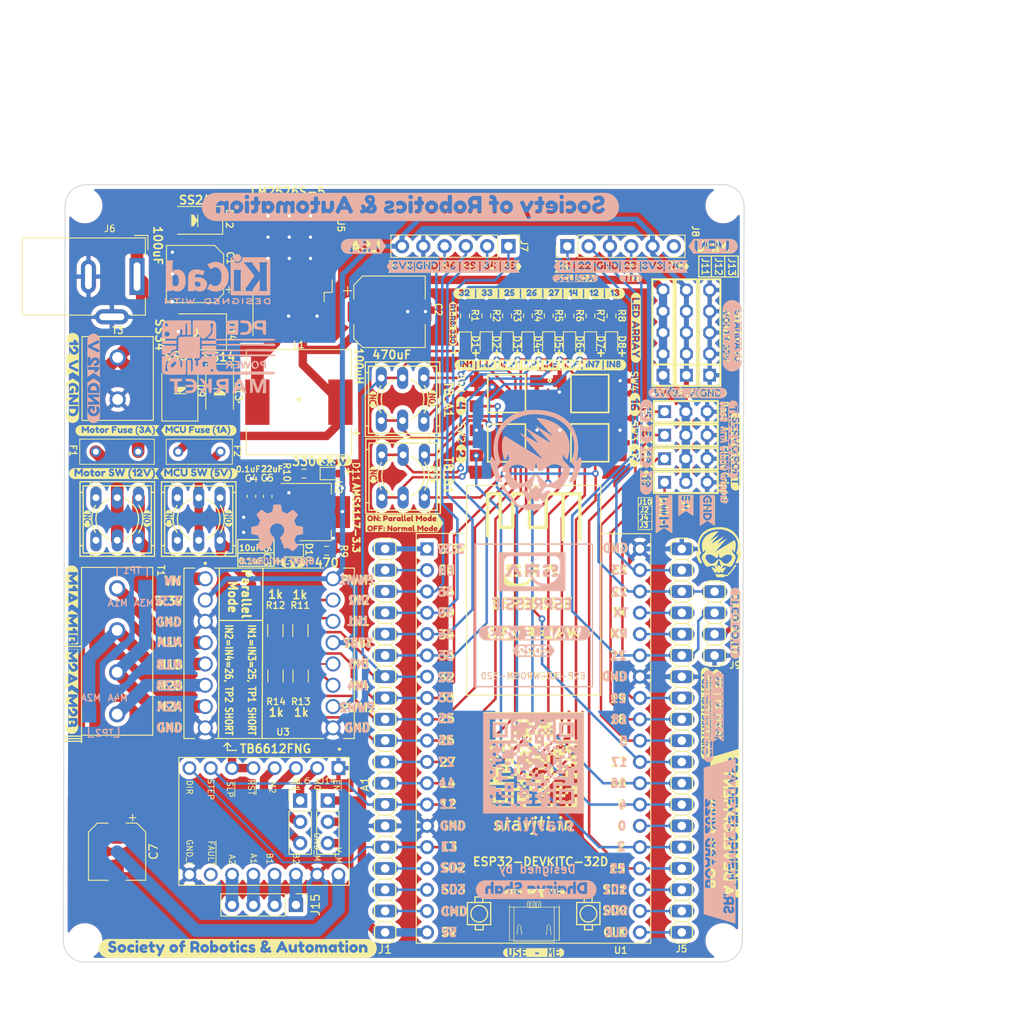
<source format=kicad_pcb>
(kicad_pcb (version 20211014) (generator pcbnew)
  (layers (0 "F.Cu" signal) (31 "B.Cu" signal) (34 "B.Paste" user) (35 "F.Paste" user) (36 "B.SilkS" user "B.Silkscreen") (37 "F.SilkS" user "F.Silkscreen") (38 "B.Mask" user) (39 "F.Mask" user) (44 "Edge.Cuts" user))
  (net 0 "")
  (net 2 "Net-(5V_SW1-Pad2)")
  (net 3 "/5V_P")
  (net 6 "Net-(12V_SW1-Pad2)")
  (net 7 "/12V_P")
  (net 9 "Net-(D1-Pad1)")
  (net 10 "/32")
  (net 11 "Net-(D2-Pad1)")
  (net 12 "/33")
  (net 13 "Net-(D3-Pad1)")
  (net 14 "/25")
  (net 15 "Net-(D4-Pad1)")
  (net 16 "/26")
  (net 17 "Net-(D5-Pad1)")
  (net 18 "/27")
  (net 19 "Net-(D6-Pad1)")
  (net 20 "/14")
  (net 21 "Net-(D7-Pad1)")
  (net 22 "/12")
  (net 23 "Net-(D8-Pad1)")
  (net 24 "/13")
  (net 25 "Net-(D9-Pad1)")
  (net 26 "/12V_U")
  (net 27 "Net-(D10-Pad1)")
  (net 28 "Net-(D11-Pad1)")
  (net 29 "/3V3")
  (net 30 "Net-(C1-Pad1)")
  (net 31 "Net-(D13-Pad1)")
  (net 32 "/5V")
  (net 33 "Net-(D14-Pad1)")
  (net 34 "GND")
  (net 35 "/EN")
  (net 36 "/36")
  (net 37 "/39")
  (net 38 "/34")
  (net 39 "/35")
  (net 40 "/SD2")
  (net 41 "/SD3")
  (net 42 "/CMD")
  (net 43 "/5")
  (net 44 "/19")
  (net 45 "/18")
  (net 46 "/CLK")
  (net 47 "/SD0")
  (net 48 "/SD1")
  (net 49 "/15")
  (net 50 "/2")
  (net 51 "/0")
  (net 52 "/4")
  (net 53 "/16")
  (net 54 "/17")
  (net 55 "/21")
  (net 56 "/RX")
  (net 57 "/TX")
  (net 58 "/22")
  (net 59 "/23")
  (net 65 "unconnected-(U3-Pad15)")
  (net 67 "/M0")
  (net 68 "/OUT1A")
  (net 69 "/OUT2A")
  (net 70 "/OUT3A")
  (net 71 "/OUT4A")
  (net 72 "/OUT1B")
  (net 73 "/OUT2B")
  (net 74 "/OUT3B")
  (net 75 "/OUT4B")
  (net 76 "/ESP_3V3")
  (net 82 "/M1")
  (net 83 "/M2")
  (net 85 "/BIN1")
  (net 86 "/BIN2")
  (net 87 "unconnected-(R14-Pad2)")
  (net 88 "unconnected-(R13-Pad2)")
  (net 90 "unconnected-(R11-Pad2)")
  (footprint "kibuzzard-61F7C221" (layer "F.Cu") (at 129.4 40.6)
    (fp_text reference "kibuzzard-61F7C221" hide)
    (fp_text value "G***" hide)
  )
  (footprint "kibuzzard-61F6A04D" (layer "F.Cu") (at 117.27 61.56 -90)
    (fp_text reference "kibuzzard-61F6A04D" hide)
    (fp_text value "G***" hide)
  )
  (footprint "kibuzzard-620D3AFB" (layer "F.Cu") (at 146.63 68.3 -90)
    (fp_text reference "kibuzzard-620D3AFB" hide)
    (fp_text value "G***" hide)
  )
  (footprint "Resistor_SMD:R_0603_1608Metric" (layer "F.Cu") (at 132.68 45.07125 90)
    (fp_text reference "R7")
    (fp_text value "330")
  )
  (footprint "kibuzzard-61F6A2E5" (layer "F.Cu") (at 141.46 68.74 -90)
    (fp_text reference "kibuzzard-61F6A2E5" hide)
    (fp_text value "G***" hide)
  )
  (footprint "pin_header_connectors:1X03" (layer "F.Cu") (at 144.06 56.51)
    (fp_text reference "J10")
    (fp_text value "Conn_01x03_Male")
  )
  (footprint "terminal_block:12V_1x02_tht" (layer "F.Cu") (at 76.27 52.553723 90)
    (fp_text reference "T3")
    (fp_text value "Screw_Terminal_01x02")
  )
  (footprint "kibuzzard-61F7C05B" (layer "F.Cu") (at 136.4 39.2)
    (fp_text reference "kibuzzard-61F7C05B" hide)
    (fp_text value "G***" hide)
  )
  (footprint "pin_header_connectors:1X19" (layer "F.Cu") (at 143.569418 95.728838 90)
    (fp_text reference "J5")
    (fp_text value "Conn_01x19_Male")
  )
  (footprint "kibuzzard-620D3ACF" (layer "F.Cu") (at 144.07 67.71 -90)
    (fp_text reference "kibuzzard-620D3ACF" hide)
    (fp_text value "G***" hide)
  )
  (footprint "kibuzzard-61F7C21A" (layer "F.Cu") (at 132.2 40.6)
    (fp_text reference "kibuzzard-61F7C21A" hide)
    (fp_text value "G***" hide)
  )
  (footprint "kibuzzard-61F7C24F" (layer "F.Cu") (at 137.5 40.6)
    (fp_text reference "kibuzzard-61F7C24F" hide)
    (fp_text value "G***" hide)
  )
  (footprint "kibuzzard-61F7D817" (layer "F.Cu") (at 97.2 74.5)
    (fp_text reference "kibuzzard-61F7D817" hide)
    (fp_text value "G***" hide)
  )
  (footprint "kibuzzard-620D3FD3" (layer "F.Cu") (at 139.36 59.17 -90)
    (fp_text reference "kibuzzard-620D3FD3" hide)
    (fp_text value "G***" hide)
  )
  (footprint "kibuzzard-61F83333" (layer "F.Cu") (at 85.95 58.75)
    (fp_text reference "kibuzzard-61F83333" hide)
    (fp_text value "G***" hide)
  )
  (footprint "motor_driver:IC_DRV8825_STEPPER_MOTOR_DRIVER_CARRIER" (layer "F.Cu") (at 93.726 105.3545 -90)
    (fp_text reference "A1")
    (fp_text value "drv8825")
  )
  (footprint "kibuzzard-61F7127D" (layer "F.Cu") (at 70.8 92.3 -90)
    (fp_text reference "kibuzzard-61F7127D" hide)
    (fp_text value "G***" hide)
  )
  (footprint "kibuzzard-61F7C12E" (layer "F.Cu") (at 116.5 39.2)
    (fp_text reference "kibuzzard-61F7C12E" hide)
    (fp_text value "G***" hide)
  )
  (footprint "Resistor_SMD:R_0603_1608Metric" (layer "F.Cu") (at 117.72 45.0875 90)
    (fp_text reference "R1")
    (fp_text value "330")
  )
  (footprint "pin_header_connectors:1X05" (layer "F.Cu") (at 141.332544 47.078 90)
    (fp_text reference "J11")
    (fp_text value "Conn_01x05_Male")
  )
  (footprint "Capacitor_SMD:C_0603_1608Metric" (layer "F.Cu") (at 94.17 66.611847 90)
    (fp_text reference "C5")
    (fp_text value "22uF")
  )
  (footprint "testpoint_pad:pad_1,27-2,54_smd" (layer "F.Cu") (at 79.56 77.579497)
    (fp_text reference "TP2" hide)
    (fp_text value "TestPoint")
  )
  (footprint "Connector_PinHeader_2.54mm:PinHeader_1x03_P2.54mm_Vertical" (layer "F.Cu") (at 98.044 102.87)
    (fp_text reference "J16")
    (fp_text value "Conn_01x03_Male" hide)
  )
  (footprint "Diode_SMD:D_SMA" (layer "F.Cu") (at 88.438853 54.23 -90)
    (fp_text reference "D13")
    (fp_text value "SS14")
  )
  (footprint "MountingHole:MountingHole_3.2mm_M3" (layer "F.Cu") (at 72.35 119.6)
    (fp_text reference "H2" hide)
    (fp_text value "MountingHole")
  )
  (footprint "kibuzzard-620D3625" (layer "F.Cu") (at 140.92 54.26)
    (fp_text reference "kibuzzard-620D3625" hide)
    (fp_text value "G***" hide)
  )
  (footprint "kibuzzard-61F6A036" (layer "F.Cu") (at 117.27 55.82 -90)
    (fp_text reference "kibuzzard-61F6A036" hide)
    (fp_text value "G***" hide)
  )
  (footprint "LED_SMD:LED_0603_1608Metric" (layer "F.Cu") (at 120.25 48.47125 -90)
    (fp_text reference "D2")
    (fp_text value "LED")
  )
  (footprint "kibuzzard-61F6AD1B" (layer "F.Cu") (at 126 82.9)
    (fp_text reference "kibuzzard-61F6AD1B" hide)
    (fp_text value "G***" hide)
  )
  (footprint "kibuzzard-61F683BD" (layer "F.Cu") (at 85.32 33.71)
    (fp_text reference "kibuzzard-61F683BD" hide)
    (fp_text value "G***" hide)
  )
  (footprint "kibuzzard-61F7D852" (layer "F.Cu") (at 102.1 62.4)
    (fp_text reference "kibuzzard-61F7D852" hide)
    (fp_text value "G***" hide)
  )
  (footprint "Connector_PinHeader_2.54mm:PinHeader_1x06_P2.54mm_Vertical" (layer "F.Cu") (at 129.92 36.79 90)
    (fp_text reference "J8")
    (fp_text value "Conn_01x06_Male")
  )
  (footprint "kibuzzard-620CE59A" (layer "F.Cu") (at 116.27 46.04 -90)
    (fp_text reference "kibuzzard-620CE59A" hide)
    (fp_text value "G***" hide)
  )
  (footprint "testpoint_pad:pad_1,27-2,54_smd" (layer "F.Cu") (at 72.86 92.579497)
    (fp_text reference "TP1" hide)
    (fp_text value "TestPoint")
  )
  (footprint "kibuzzard-61F8332E" (layer "F.Cu") (at 76.24 58.76)
    (fp_text reference "kibuzzard-61F8332E" hide)
    (fp_text value "G***" hide)
  )
  (footprint "kibuzzard-61F79319" (layer "F.Cu") (at 147.7 91.4 90)
    (fp_text reference "kibuzzard-61F79319" hide)
    (fp_text value "G***" hide)
  )
  (footprint "motor_driver:TB6612FNG_2" (layer "F.Cu") (at 94.34 85.317582)
    (fp_text reference "U3")
    (fp_text value "TB6612FNG")
  )
  (footprint "pin_header_connectors:1X05" (layer "F.Cu") (at 146.9 47.08 90)
    (fp_text reference "J13")
    (fp_text value "Conn_01x05_Male")
  )
  (footprint "Diode_SMD:D_SMB" (layer "F.Cu") (at 83.69 54.08 90)
    (fp_text reference "D9")
    (fp_text value "SS34")
  )
  (footprint "LED_SMD:LED_0603_1608Metric" (layer "F.Cu") (at 125.22 48.48 -90)
    (fp_text reference "D4")
    (fp_text value "LED")
  )
  (footprint "kibuzzard-61F71491" (layer "F.Cu") (at 70.9 55.2 -90)
    (fp_text reference "kibuzzard-61F71491" hide)
    (fp_text value "G***" hide)
  )
  (footprint "kibuzzard-61F7BB7D" (layer "F.Cu") (at 110.5 69.81)
    (fp_text reference "kibuzzard-61F7BB7D" hide)
    (fp_text value "G***" hide)
  )
  (footprint "Capacitor_SMD:CP_Elec_8x10" (layer "F.Cu") (at 108.7025 44.6)
    (fp_text reference "C2")
    (fp_text value "470uF")
  )
  (footprint "logos:sra_board_github_qr_code" (layer "F.Cu") (at 125.9 98.32)
    (fp_text reference "G***" hide)
    (fp_text value "LOGO" hide)
  )
  (footprint "Diode_SMD:D_SMB" (layer "F.Cu") (at 85.7 47 180)
    (fp_text reference "D14")
    (fp_text value "SS34")
  )
  (footprint "kibuzzard-61F6A088" (layer "F.Cu") (at 137.94 61.71 -90)
    (fp_text reference "kibuzzard-61F6A088" hide)
    (fp_text value "G***" hide)
  )
  (footprint "kibuzzard-61F7D5C6" (layer "F.Cu") (at 126.7 50.94)
    (fp_text reference "kibuzzard-61F7D5C6" hide)
    (fp_text value "G***" hide)
  )
  (footprint "Resistor_SMD:R_0603_1608Metric" (layer "F.Cu") (at 130.18 45.07125 90)
    (fp_text reference "R6")
    (fp_text value "330")
  )
  (footprint "kibuzzard-61F6A06B" (layer "F.Cu") (at 137.98 55.65 -90)
    (fp_text reference "kibuzzard-61F6A06B" hide)
    (fp_text value "G***" hide)
  )
  (footprint "kibuzzard-61F6A6E8" (layer "F.Cu") (at 150 61.24 -90)
    (fp_text reference "kibuzzard-61F6A6E8" hide)
    (fp_text value "G***" hide)
  )
  (footprint "kibuzzard-61F6808A" (layer "F.Cu") (at 113.87 63.96 -90)
    (fp_text reference "kibuzzard-61F6808A" hide)
    (fp_text value "G***" hide)
  )
  (footprint "kibuzzard-61F6ABAB" (layer "F.Cu") (at 149.58 47.46 -90)
    (fp_text reference "kibuzzard-61F6ABAB" hide)
    (fp_text value "G***" hide)
  )
  (footprint "dpdt_tht:dpdt_sw_2x03_tht" (layer "F.Cu") (at 110.32 64.197386)
    (fp_text reference "TB_B1")
    (fp_text value "SW_Push_DPDT")
  )
  (footprint "kibuzzard-61F71050" (layer "F.Cu") (at 75.83 63.89)
    (fp_text reference "kibuzzard-61F71050" hide)
    (fp_text value "G***" hide)
  )
  (footprint "tactile_smd:spst_tactile_sw_2x02_smd" (layer "F.Cu") (at 122.67 60.24 180)
    (fp_text reference "SW2")
    (fp_text value "SW_Push_Dual" hide)
  )
  (footprint "kibuzzard-61F792D2" (layer "F.Cu") (at 146.4 92.5 90)
    (fp_text reference "kibuzzard-61F792D2" hide)
    (fp_text value "G***" hide)
  )
  (footprint "Resistor_SMD:R_0603_1608Metric" (layer "F.Cu") (at 125.22 45.08 90)
    (fp_text reference "R4")
    (fp_text value "330")
  )
  (footprint "kibuzzard-61F683BD" (layer "F.Cu") (at 85.55 46.96)
    (fp_text reference "kibuzzard-61F683BD" hide)
    (fp_text value "G***" hide)
  )
  (footprint "RXEF050_1A_trip:RXEF050" (layer "F.Cu") (at 83.485 61.28)
    (fp_text reference "F2")
    (fp_text value "300mA" hide)
  )
  (footprint "kibuzzard-61F71139" (layer "F.Cu") (at 126.04 113.93)
    (fp_text reference "kibuzzard-61F71139" hide)
    (fp_text value "G***" hide)
  )
  (footprint "pin_header_connectors:1X03" (layer "F.Cu") (at 144.06 64.934)
    (fp_text reference "J3")
    (fp_text value "Conn_01x03_Male")
  )
  (footprint "kibuzzard-61F71294" (layer "F.Cu") (at 70.8 82.2 -90)
    (fp_text reference "kibuzzard-61F71294" hide)
    (fp_text value "G***" hide)
  )
  (footprint "LED_SMD:LED_0603_1608Metric" (layer "F.Cu") (at 130.18 48.47125 -90)
    (fp_text reference "D6")
    (fp_text value "LED")
  )
  (footprint "kibuzzard-61F712A9" (layer "F.Cu") (at 70.8 87.2 -90)
    (fp_text reference "kibuzzard-61F712A9" hide)
    (fp_text value "G***" hide)
  )
  (footprint "kibuzzard-61F7105E" (layer "F.Cu") (at 85.97 63.89)
    (fp_text reference "kibuzzard-61F7105E" hide)
    (fp_text value "G***" hide)
  )
  (footprint "LED_SMD:LED_0603_1608Metric" (layer "F.Cu") (at 117.74 48.4875 -90)
    (fp_text reference "D1")
    (fp_text value "LED")
  )
  (footprint "kibuzzard-61F7147A" (layer "F.Cu") (at 70.9 49.7 -90)
    (fp_text reference "kibuzzard-61F7147A" hide)
    (fp_text value "G***" hide)
  )
  (footprint "Capacitor_SMD:CP_Elec_6.3x7.7" (layer "F.Cu") (at 76.2 108.966 -90)
    (fp_text reference "C7")
    (fp_text value "100uF")
  )
  (footprint "kibuzzard-61F7D60F" (layer "F.Cu") (at 138.1 46.5 -90)
    (fp_text reference "kibuzzard-61F7D60F" hide)
    (fp_text value "G***" hide)
  )
  (footprint "kibuzzard-61F6B878" (layer "F.Cu") (at 89.5 69.22 -90)
    (fp_text reference "kibuzzard-61F6B878" hide)
    (fp_text value "G***" hide)
  )
  (footprint "kibuzzard-61F82282" (layer "F.Cu") (at 148.7 105.6 -90)
    (fp_text reference "kibuzzard-61F82282" hide)
    (fp_text value "G***" hide)
  )
  (footprint "kibuzzard-620D404F" (layer "F.Cu") (at 139.33 64.92 -90)
    (fp_text reference "kibuzzard-620D404F" hide)
    (fp_text value "G***" hide)
  )
  (footprint "Connector_PinHeader_2.54mm:PinHeader_1x04_P2.54mm_Vertical" (layer "F.Cu") (at 97.536 115.316 -90)
    (fp_text reference "J15")
    (fp_text value "Conn_01x04_Male" hide)
  )
  (footprint "kibuzzard-61F683BD" (layer "F.Cu") (at 88.44 54.3 90)
    (fp_text reference "kibuzzard-61F683BD" hide)
    (fp_text value "G***" hide)
  )
  (footprint "dpdt_tht:dpdt_sw_2x03_tht" (layer "F.Cu") (at 76.22 69.302369)
    (fp_text reference "12V_SW1" hide)
    (fp_text value "SW_Push_DPDT")
  )
  (footprint "Resistor_SMD:R_0603_1608Metric" (layer "F.Cu") (at 120.25 45.07125 90)
    (fp_text reference "R2")
    (fp_text value "330")
  )
  (footprint "kibuzzard-620D3FE5" (layer "F.Cu") (at 139.36 56.46 -90)
    (fp_text reference "kibuzzard-620D3FE5" hide)
    (fp_text value "G***" hide)
  )
  (footprint "kibuzzard-61F6A786" (layer "F.Cu") (at 149.95 81.73 -90)
    (fp_text reference "kibuzzard-61F6A786" hide)
    (fp_text value "G***" hide)
  )
  (footprint "dpdt_tht:dpdt_sw_2x03_tht" (layer "F.Cu") (at 85.94 69.31)
    (fp_text reference "5V_SW1" hide)
    (fp_text value "SW_Push_DPDT")
  )
  (footprint "LED_SMD:LED_0603_1608Metric" (layer "F.Cu") (at 132.68 48.47125 -90)
    (fp_text reference "D7")
    (fp_text value "LED")
  )
  (footprint "kibuzzard-61F7C0CC" (layer "F.Cu") (at 147.3 36.8)
    (fp_text reference "kibuzzard-61F7C0CC" hide)
    (fp_text value "G***" hide)
  )
  (footprint "kibuzzard-61F71139" (layer "F.Cu") (at 125.9 121)
    (fp_text reference "kibuzzard-61F71139" hide)
    (fp_text value "G***" hide)
  )
  (footprint "logos:sra_logo_small_neg" (layer "F.Cu") (at 125.7 75.6)
    (fp_text reference "G***" hide)
    (fp_text value "LOGO" hide)
  )
  (footprint "kibuzzard-61F6AD42" (layer "F.Cu") (at 125.9 85)
    (fp_text reference "kibuzzard-61F6AD42" hide)
    (fp_text value "G***" hide)
  )
  (footprint "kibuzzard-61F67ED2" (layer "F.Cu") (at 106.77 64.04 -90)
    (fp_text reference "kibuzzard-61F67ED2" hide)
    (fp_text value "G***" hide)
  )
  (footprint "LED_SMD:LED_0603_1608Metric" (layer "F.Cu") (at 101.9125 63.89)
    (fp_text reference "D11")
    (fp_text value "LED")
  )
  (footprint "RUEF150_3,2A_trip:RUEF160" (layer "F.Cu") (at 78.715 61.28 180)
    (fp_text reference "F1")
    (fp_text value "3A" hide)
  )
  (footprint "Resistor_SMD:R_0603_1608Metric" (layer "F.Cu") (at 122.73 45.07125 90)
    (fp_text reference "R3")
    (fp_text value "330")
  )
  (footprint "pin_header_connectors:1X03" (layer "F.Cu") (at 144.06 59.31)
    (fp_text reference "J2")
    (fp_text value "Conn_01x03_Male")
  )
  (footprint "Resistor_SMD:R_0603_1608Metric" (layer "F.Cu") (at 135.19 45.07125 90)
    (fp_text reference "R8")
    (fp_text value "330" hide)
  )
  (footprint "MountingHole:MountingHole_3.2mm_M3" (layer "F.Cu") (at 72.35 31.95)
    (fp_text reference "H1" hide)
    (fp_text value "MountingHole")
  )
  (footprint "pin_header_connectors:1X04" (layer "F.Cu") (at 147.48 81.77 90)
    (fp_text reference "J9")
    (fp_text value "Conn_01x04_Female")
  )
  (footprint "tactile_smd:spst_tactile_sw_2x02_smd" (layer "F.Cu") (at 132.6035 54.35 180)
    (fp_text reference "SW4")
    (fp_text value "SW_Push_Dual" hide)
  )
  (footprint "LED_SMD:LED_0603_1608Metric" (layer "F.Cu") (at 122.73 48.47125 -90)
    (fp_text reference "D3")
    (fp_text value "LED")
  )
  (footprint "kibuzzard-61F6B851" (layer "F.Cu") (at 72.64 69.29 -90)
    (fp_text reference "kibuzzard-61F6B851" hide)
    (fp_text value "G***" hide)
  )
  (footprint "Resistor_SMD:R_0603_1608Metric" (layer "F.Cu") (at 98.51 63.89 180)
    (fp_text reference "R10")
    (fp_text value "330")
  )
  (footprint "Resistor_SMD:R_1206_3216Metric" (layer "F.Cu") (at 95.1 88.03 90)
    (fp_text reference "R14")
    (fp_text value "1k")
  )
  (footprint "LED_SMD:LED_0603_1608Metric" (layer "F.Cu") (at 135.19 48.47125 -90)
    (fp_text reference "D8")
    (fp_text value "LED")
  )
  (footprint "kibuzzard-61F7E9C0" (layer "F.Cu") (at 90.6 120.5)
    (fp_text reference "kibuzzard-61F7E9C0" hide)
    (fp_text value "G***" hide)
  )
  (footprint "Connector_PinHeader_2.54mm:PinHeader_1x06_P2.54mm_Vertical" (layer "F.Cu") (at 122.89 36.78 -90)
    (fp_text reference "J7")
    (fp_text value "Conn_01x06_Male")
  )
  (footprint "kibuzzard-61F7C0C2" (layer "F.Cu") (at 105.6 36.8)
    (fp_text reference "kibuzzard-61F7C0C2" hide)
    (fp_text value "G***" hide)
  )
  (footprint "tactile_smd:spst_tactile_sw_2x02_smd" (layer "F.Cu") (at 122.67449 54.36 180)
    (fp_text reference "SW1")
    (fp_text value "SW_Push_Dual" hide)
  )
  (footprint "Resistor_SMD:R_1206_3216Metric" (layer "F.Cu") (at 95.08 82.6 90)
    (fp_text reference "R12")
    (fp_text value "1k")
  )
  (footprint "Capacitor_SMD:C_0603_1608Metric" (layer "F.Cu") (at 92.23 66.601847 90)
    (fp_text reference "C4")
    (fp_text value "0.1uF")
  )
  (footprint "Connector_BarrelJack:BarrelJack_Wuerth_6941xx301002" (layer "F.Cu") (at 78.58 40.4 -90)
    (fp_text reference "J6")
    (fp_text value "DCJ200-10-A-XX-X_REVA")
  )
  (footprint "Resistor_SMD:R_0603_1608Metric" (layer "F.Cu") (at 101.2 73.09)
    (fp_text reference "R9")
    (fp_text value "470")
  )
  (footprint "terminal_block:motor_1x04_tht" (layer "F.Cu") (at 76.21 85.079497 -90)
    (fp_text reference "T1")
    (fp_text value "Screw_Terminal_01x04")
  )
  (footprint "kibuzzard-61F7CB17" (layer "F.Cu") (at 126.55 42.43)
    (fp_text reference "kibuzzard-61F7CB17" hide)
    (fp_text value "G***" hide)
  )
  (footprint "kibuzzard-61F71200" (layer "F.Cu") (at 70.8 77.4 -90)
    (fp_text reference "kibuzzard-61F71200" hide)
    (fp_text value "G***" hide)
  )
  (footprint "kibuzzard-620D363E" (layer "F.Cu") (at 147.13 54.28)
    (fp_text reference "kibuzzard-620D363E" hide)
    (fp_text value "G***" hide)
  )
  (footprint "Capacitor_SMD:CP_Elec_6.3x7.7" (layer "F.Cu") (at 85.5 40.1 180)
    (fp_text reference "C1")
    (fp_text value "100uF")
  )
  (footprint "kibuzzard-61F6808A" (layer "F.Cu") (at 113.82 54.94 -90)
    (fp_text reference "kibuzzard-61F6808A" hide)
    (fp_text value "G***" hide)
  )
  (footprint "MCU_ESP32:ESP32-DEVKITCv4-32D" (layer "F.Cu") (at 125.879418 92.628838)
    (fp_text reference "U1")
    (fp_text value "ESP32-DEVKITC-32D")
  )
  (footprint "Resistor_SMD:R_1206_3216Metric" (layer "F.Cu") (at 98.07 82.59 90)
    (fp_text reference "R11")
    (fp_text value "1k")
  )
  (footprint "Diode_SMD:D_SMA" (layer "F.Cu") (at 85.4 33.7 180)
    (fp_text reference "D12")
    (fp_text value "SS24")
  )
  (footprint "kibuzzard-620D3646" (layer "F.Cu") (at 143.82 54.28)
    (fp_text reference "kibuzzard-620D3646" hide)
    (fp_text value "G***" hide)
  )
  (footprint "tactile_smd:spst_tactile_sw_2x02_smd" (layer "F.Cu") (at 132.6 60.22 180)
    (fp_text reference "SW3")
    (fp_text value "SW_Push_Dual" hide)
  )
  (footprint "dpdt_tht:dpdt_sw_2x03_tht" (layer "F.Cu") (at 110.26 55.027102)
    (fp_text reference "TB_A1")
    (fp_text value "SW_Push_DPDT")
  )
  (footprint "LED_SMD:LED_0603_1608Metric" (layer "F.Cu") (at 127.7 48.47125 -90)
    (fp_text reference "D5")
    (fp_text value "LED")
  )
  (footprint "MountingHole:MountingHole_3.2mm_M3" (layer "F.Cu") (at 148.5 119.6)
    (fp_text reference "H3" hide)
    (fp_text value "MountingHole")
  )
  (footprint "inductor:CDRH127_inductor_smd" (layer "F.Cu") (at 97.890735 55.38)
    (fp_text reference "L1")
    (fp_text value "100uH")
  )
  (footprint "Capacitor_SMD:C_0603_1608Metric" (layer "F.Cu") (at 93.4 69.111847 180)
    (fp_text reference "C6")
    (fp_text value "10uF")
  )
  (footprint "Capacitor_SMD:C_0603_1608Metric" (layer "F.Cu") (at 93.45 70.911847 180)
    (fp_text reference "C3")
    (fp_text value "0.1uF")
  )
  (footprint "Fiducial:Fiducial_0.75mm_Mask2.25mm" (layer "F.Cu") (at 147.47 115.26)
    (fp_text reference "REF**" hide)
    (fp_text value "Fiducial_0.75mm_Mask2.25mm")
  )
  (footprint "kibuzzard-61F6B85D" (layer "F.Cu") (at 79.77 69.24 -90)
    (fp_text reference "kibuzzard-61F6B85D" hide)
    (fp_text value "G***" hide)
  )
  (footprint "Package_TO_SOT_SMD:SOT-223-3_TabPin2" (layer "F.Cu") (at 99.85 68.48)
    (fp_text reference "U2")
    (fp_text value "AMS1117-3.3")
  )
  (footprint "Resistor_SMD:R_1206_3216Metric" (layer "F.Cu") (at 98.1 88.04 90)
    (fp_text reference "R13")
    (fp_text value "1k")
  )
  (footprint "Package_TO_SOT_SMD:TO-263-5_TabPin3" (layer "F.Cu") (at 96.66 39.34 90)
    (fp_text reference "U5")
    (fp_text value "LM2576S-5")
  )
  (footprint "pin_header_connectors:1X05" (layer "F.Cu") (at 144.122544 47.086 90)
    (fp_text reference "J12")
    (fp_text value "Conn_01x05_Male")
  )
  (footprint "Resistor_SMD:R_0603_1608Metric" (layer "F.Cu") (at 127.7 45.07125 90)
    (fp_text reference "R5")
    (fp_text value "330")
  )
  (footprint "Fiducial:Fiducial_0.75mm_Mask2.25mm" (layer "F.Cu") (at 78 32.1)
    (fp_text reference "REF**" hide)
    (fp_text value "Fiducial_0.75mm_Mask2.25mm")
  )
  (footprint "Connector_PinHeader_2.54mm:PinHeader_1x03_P2.54mm_Vertical" (layer "F.Cu") (at 101.346 102.87)
    (fp_text reference "J14")
    (fp_text value "Conn_01x03_Male" hide)
  )
  (footprint "LED_SMD:LED_0603_1608Metric" (layer "F.Cu") (at 96.95 73.09 180)
    (fp_text reference "D10")
    (fp_text value "LED")
  )
  (footprint "kibuzzard-61F67ED2" (layer "F.Cu") (at 106.72 55.07 -90)
    (fp_text reference "kibuzzard-61F67ED2" hide)
    (fp_text value "G***" hide)
  )
  (footprint "kibuzzard-61F683BD" (layer "F.Cu") (at 83.69 53.82 -90)
    (fp_text reference "kibuzzard-61F683BD" hide)
    (fp_text value "G***" hide)
  )
  (footprint "MountingHole:MountingHole_3.2mm_M3" (layer "F.Cu") (at 148.5 31.95)
    (fp_text reference "H4" hide)
    (fp_text value "MountingHole")
  )
  (footprint "pin_header_connectors:1X19" (layer "F.Cu") (at 108.179418 95.728838 -90)
    (fp_text reference "J1")
    (fp_text value "Conn_01x19_Male")
  )
  (footprint "logos:sra_skull_small" (layer "F.Cu") (at 148.02 73.28)
    (fp_text reference "G***" hide)
    (fp_text value "LOGO" hide)
  )
  (footprint "kibuzzard-620D4024" (layer "F.Cu") (at 139.36 61.94 -90)
    (fp_text reference "kibuzzard-620D4024" hide)
    (fp_text value "G***" hide)
  )
  (footprint "kibuzzard-61F6B86D" (layer "F.Cu") (at 82.39 69.24 -90)
    (fp_text reference "kibuzzard-61F6B86D" hide)
    (fp_text value "G***" hide)
  )
  (footprint "pin_header_connectors:1X03" (layer "F.Cu") (at 144.05 62.12)
    (fp_text reference "J4")
    (fp_text value "Conn_01x03_Male")
  )
  (footprint "kibuzzard-61F7EDAC" (layer "B.Cu") (at 129.4 40.6 180)
    (fp_text reference "kibuzzard-61F7EDAC" hide)
    (fp_text value "G***" hide)
  )
  (footprint "kibuzzard-61F7EC33" (layer "B.Cu") (at 140.92 54.26 180)
    (fp_text reference "kibuzzard-61F7EC33" hide)
    (fp_text value "G***" hide)
  )
  (footprint "kibuzzard-61F7FBA3" (layer "B.Cu") (at 73.4 49.8 90)
    (fp_text reference "kibuzzard-61F7FBA3" hide)
    (fp_text value "G***" hide)
  )
  (footprint "logos:sra_board_github_qr_code" (layer "B.Cu") (at 125.865261 98.42 180)
    (fp_text reference "G***" hide)
    (fp_text value "LOGO" hide)
  )
  (footprint "kibuzzard-620D3ACF" (layer "B.Cu") (at 144.060097 67.707377 -90)
    (fp_text reference "kibuzzard-620D3ACF" hide)
    (fp_text value "G***" hide)
  )
  (footprint "Symbol:KiCad-Logo2_5mm_SilkScreen" (layer "B.Cu") (at 88.2 40.7 180)
    (fp_text reference "REF**" hide)
    (fp_text value "KiCad-Logo2_5mm_SilkScreen" hide)
  )
  (footprint "kibuzzard-61F7EFEB" (layer "B.Cu") (at 116.3 39.2 180)
    (fp_text reference "kibuzzard-61F7EFEB" hide)
    (fp_text value "G***" hide)
  )
  (footprint "kibuzzard-620D4F5E" (layer "B.Cu") (at 139.33 64.92 90)
    (fp_text reference "kibuzzard-620D4F5E" hide)
    (fp_text value "G***" hide)
  )
  (footprint "kibuzzard-61F7FB1D" (layer "B.Cu") (at 111.2 32.1 180)
    (fp_text reference "kibuzzard-61F7FB1D" hide)
    (fp_text value "G***" hide)
  )
  (footprint "kibuzzard-61F7FBC2" (layer "B.Cu") (at 73.4 55.2 90)
    (fp_text reference "kibuzzard-61F7FBC2" hide)
    (fp_text value "G***" hide)
  )
  (footprint "kibuzzard-61F7ED72" (layer "B.Cu") (at 105.6 36.8 180)
    (fp_text reference "kibuzzard-61F7ED72" hide)
    (fp_text value "G***" hide)
  )
  (footprint "kibuzzard-61F6ABAB" (layer "B.Cu") (at 149.58 47.46 90)
    (fp_text reference "kibuzzard-61F6ABAB" hide)
    (fp_text value "G***" hide)
  )
  (footprint "logos:sra_skull_big" (layer "B.Cu") (at 126.1 62.3 180)
    (fp_text reference "G***" hide)
    (fp_text value "LOGO" hide)
  )
  (footprint "kibuzzard-620D4024" (layer "B.Cu") (at 139.354368 61.914271 90)
    (fp_text reference "kibuzzard-620D4024" hide)
    (fp_text value "G***" hide)
  )
  (footprint "kibuzzard-61F7EB28" (layer "B.Cu") (at 126.2 113.5 180)
    (fp_text reference "kibuzzard-61F7EB28" hide)
    (fp_text value "G***" hide)
  )
  (footprint "kibuzzard-61F6A786" (layer "B.Cu") (at 149.95 81.73 90)
    (fp_text reference "kibuzzard-61F6A786" hide)
    (fp_text value "G***" hide)
  )
  (footprint "kibuzzard-61F792D2" (layer "B.Cu") (at 146.77 92.8 90)
    (fp_text reference "kibuzzard-61F792D2" hide)
    (fp_text value "G***" hide)
  )
  (footprint "Symbol:OSHW-Logo2_9.8x8mm_SilkScreen" (layer "B.Cu") (at 95.3 71.3 180)
    (fp_text reference "REF**" hide)
    (fp_text value "OSHW-Logo2_9.8x8mm_SilkScreen" hide)
  )
  (footprint "kibuzzard-61F6AD1B" (layer "B.Cu") (at 126 82.9 180)
    (fp_text reference "kibuzzard-61F6AD1B" hide)
    (fp_text value "G***" hide)
  )
  (footprint "kibuzzard-620D3AFB" (layer "B.Cu") (at 146.605726 68.296891 -90)
    (fp_text reference "kibuzzard-620D3AFB" hide)
    (fp_text value "G***" hide)
  )
  (footprint "kibuzzard-61F6A2E5" (layer "B.Cu") (at 141.43408 68.725628 -90)
    (fp_text reference "kibuzzard-61F6A2E5" hide)
    (fp_text value "G***" hide)
  )
  (footprint "logos:pcb_power" (layer "B.Cu") (at 88.3 49.5 180)
    (fp_text reference "G***" hide)
    (fp_text value "LOGO" hide)
  )
  (footprint "kibuzzard-61F79319" (layer "B.Cu") (at 147.94 91.66 90)
    (fp_text reference "kibuzzard-61F79319" hide)
    (fp_text value "G***" hide)
  )
  (footprint "kibuzzard-620D4F84" (layer "B.Cu") (at 139.35 56.5 90)
    (fp_text reference "kibuzzard-620D4F84" hide)
    (fp_text value "G***" hide)
  )
  (footprint "kibuzzard-61F6AD42" (layer "B.Cu") (at 125.9 85 180)
    (fp_text reference "kibuzzard-61F6AD42" hide)
    (fp_text value "G***" hide)
  )
  (footprint "kibuzzard-61F7EC8D" (layer "B.Cu") (at 147.13 54.28 180)
    (fp_text reference "kibuzzard-61F7EC8D" hide)
    (fp_text value "G***" hide)
  )
  (footprint "kibuzzard-61F7EF48" (layer "B.Cu") (at 136.3 39.2 180)
    (fp_text reference "kibuzzard-61F7EF48" hide)
    (fp_text value "G***" hide)
  )
  (footprint "kibuzzard-61F7C24F" (layer "B.Cu") (at 137.5 40.6 180)
    (fp_text reference "kibuzzard-61F7C24F" hide)
    (fp_text value "G***" hide)
  )
  (footprint "kibuzzard-61F7EDC6" (layer "B.Cu") (at 132.2 40.6 180)
    (fp_text reference "kibuzzard-61F7EDC6" hide)
    (fp_text value "G***" hide)
  )
  (footprint "kibuzzard-61F7EC75" (layer "B.Cu") (at 143.82 54.28 180)
    (fp_text reference "kibuzzard-61F7EC75" hide)
    (fp_text value "G***" hide)
  )
  (footprint "kibuzzard-61F793BD" (layer "B.Cu") (at 148.08 107.69 90)
    (fp_text reference "kibuzzard-61F793BD" hide)
    (fp_text value "G***" hide)
  )
  (footprint "kibuzzard-61F7ED8A" (layer "B.Cu") (at 147.3 36.8 180)
    (fp_text reference "kibuzzard-61F7ED8A" hide)
    (fp_text value "G***" hide)
  )
  (footprint "logos:sra_logo_small_neg" (layer "B.Cu") (at 125.7 75.6 180)
    (fp_text reference "G***" hide)
    (fp_text value "LOGO" hide)
  )
  (footprint "kibuzzard-620D3FD3" (layer "B.Cu") (at 139.349384 59.154462 90)
    (fp_text reference "kibuzzard-620D3FD3" hide)
    (fp_text value "G***" hide)
  )
  (footprint "kibuzzard-61F6A6E8" (layer "B.Cu") (at 149.69 59.84 90)
    (fp_text reference "kibuzzard-61F6A6E8" hide)
    (fp_text value "G***" hide)
  )
  (gr_line (start 73.4 95.3) (end 72.8 95.3) (layer "B.SilkS") (width 0.15))
  (gr_line (start 76.4 95.3) (end 75.8 95.3) (layer "B.SilkS") (width 0.15))
  (gr_line (start 76.4 95.3) (end 76.4 94.2) (layer "B.SilkS") (width 0.15))
  (gr_line (start 76.2 75.1) (end 76.2 76.2) (layer "B.SilkS") (width 0.15))
  (gr_line (start 132.904418 72.298838) (end 132.904418 89.298838) (layer "B.SilkS") (width 0.15))
  (gr_line (start 76.2 75.1) (end 76.8 75.1) (layer "B.SilkS") (width 0.15))
  (gr_line (start 79.8 75.1) (end 79.8 76.2) (layer "B.SilkS") (width 0.15))
  (gr_line (start 72.8 95.3) (end 72.8 94.2) (layer "B.SilkS") (width 0.15))
  (gr_line (start 132.904418 72.298838) (end 118.904418 72.298838) (layer "B.SilkS") (width 0.15))
  (gr_line (start 79.2 75.1) (end 79.8 75.1) (layer "B.SilkS") (width 0.15))
  (gr_line (start 118.904418 89.298838) (end 118.904418 72.298838) (layer "B.SilkS") (width 0.15))
  (gr_line (start 118.904418 89.298838) (end 132.904418 89.298838) (layer "B.SilkS") (width 0.15))
  (gr_line (start 94.94 74.93) (end 94.92 71.78) (layer "F.SilkS") (width 0.15))
  (gr_line (start 93.6 75.2) (end 93.5 95.4) (layer "F.SilkS") (width 0.15))
  (gr_line (start 89.35 96) (end 88.95 96.4) (layer "F.SilkS") (width 0.15))
  (gr_line (start 145.6 40.45) (end 150.3 40.45) (layer "F.SilkS") (width 0.15))
  (gr_line (start 145.6 37.95) (end 145.6 40.45) (layer "F.SilkS") (width 0.15))
  (gr_line (start 89.35 96.9) (end 89.35 96) (layer "F.SilkS") (width 0.15))
  (gr_line (start 94.92 71.78) (end 90.61 71.76) (layer "F.SilkS") (width 0.15))
  (gr_line (start 148.7 37.95) (end 148.7 40.45) (layer "F.SilkS") (width 0.15))
  (gr_rect (start 138.35 68.71) (end 140.02 68.71) (layer "F.SilkS") (width 0.06) (fill none))
  (gr_line (start 90.61 74.75) (end 90.61 74.95) (layer "F.SilkS") (width 0.15))
  (gr_rect (start 138.36 69.58) (end 140.03 69.58) (layer "F.SilkS") (width 0.06) (fill none))
  (gr_line (start 150.3 40.45) (end 150.3 37.95) (layer "F.SilkS") (width 0.15))
  (gr_line (start 147.1 37.95) (end 147.1 40.45) (layer "F.SilkS") (width 0.15))
  (gr_line (start 88.4 81.4) (end 93.5 81.4) (layer "F.SilkS") (width 0.15))
  (gr_line (start 90.61 71.76) (end 90.61 74.75) (layer "F.SilkS") (width 0.15))
  (gr_line (start 69.9 84.5) (end 71.9 84.5) (layer "F.SilkS") (width 0.15))
  (gr_line (start 71.96 95.079497) (end 71.96 95.96375) (layer "F.SilkS") (width 0.15))
  (gr_line (start 90.62 73.37) (end 94.93 73.355) (layer "F.SilkS") (width 0.15))
  (gr_line (start 88.4 75.2) (end 88.3 95.4) (layer "F.SilkS") (width 0.15))
  (gr_rect (start 138.365 66.76) (end 140.005 70.56) (layer "F.SilkS") (width 0.1) (fill none))
  (gr_line (start 90.61 74.95) (end 94.94 74.93) (layer "F.SilkS") (width 0.15))
  (gr_rect (start 138.345 67.79) (end 140.015 67.79) (layer "F.SilkS") (width 0.06) (fill none))
  (gr_line (start 150.3 37.95) (end 145.6 37.95) (layer "F.SilkS") (width 0.15))
  (gr_line (start 89.35 96) (end 89.75 96.4) (layer "F.SilkS") (width 0.15))
  (gr_line (start 69.9 95.8) (end 72 95.8) (layer "F.SilkS") (width 0.15))
  (gr_line (start 69.9 95.5) (end 71.9 95.5) (layer "F.SilkS") (width 0.15))
  (gr_line (start 69.9 95.2) (end 71.9 95.2) (layer "F.SilkS") (width 0.15))
  (gr_line (start 90.45 96.9) (end 89.35 96.9) (layer "F.SilkS") (width 0.15))
  (gr_arc (start 150.785182 119.632233) (mid 150.052949 121.4) (end 148.285182 122.132233) (layer "Edge.Cuts") (width 0.1))
  (gr_line (start 151 32.5) (end 150.785182 119.040962) (layer "Edge.Cuts") (width 0.1))
  (gr_line (start 69.785182 119.040962) (end 69.785182 119.632233) (layer "Edge.Cuts") (width 0.1))
  (gr_line (start 148.5 29.45) (end 72.5 29.45) (layer "Edge.Cuts") (width 0.1))
  (gr_line (start 150.785182 119.040962) (end 150.785182 119.632233) (layer "Edge.Cuts") (width 0.1))
  (gr_arc (start 148.5 29.45) (mid 150.267767 30.182233) (end 151 31.95) (layer "Edge.Cuts") (width 0.1))
  (gr_line (start 70 32.5) (end 69.785182 119.040962) (layer "Edge.Cuts") (width 0.1))
  (gr_arc (start 72.285182 122.132233) (mid 70.517415 121.4) (end 69.785182 119.632233) (layer "Edge.Cuts") (width 0.1))
  (gr_line (start 72.285182 122.132233) (end 148.285182 122.132233) (layer "Edge.Cuts") (width 0.1))
  (gr_line (start 70 31.95) (end 70 32.5) (layer "Edge.Cuts") (width 0.1))
  (gr_arc (start 70 31.95) (mid 70.732233 30.182233) (end 72.5 29.45) (layer "Edge.Cuts") (width 0.1))
  (gr_line (start 151 31.95) (end 151 32.5) (layer "Edge.Cuts") (width 0.1))
  (gr_text "23" (at 135 75.4) (layer "B.SilkS") (effects (font (size 1 1) (thickness 0.25)) (justify right mirror)))
  (gr_text "TP2" (at 73.5 95.3) (layer "B.SilkS") (effects (font (size 0.8 0.8)) (justify right bottom mirror)))
  (gr_text "EN" (at 116.6 75.5) (layer "B.SilkS") (effects (font (size 1 1) (thickness 0.25)) (justify left mirror)))
  (gr_text "36" (at 116.5 78) (layer "B.SilkS") (effects (font (size 1 1) (thickness 0.25)) (justify left mirror)))
  (gr_text "GND" (at 106.5 94.2) (layer "B.SilkS") (effects (font (size 1 1) (thickness 0.25)) (justify left mirror)))
  (gr_text "27\n" (at 116.6 98.3) (layer "B.SilkS") (effects (font (size 1 1) (thickness 0.25)) (justify left mirror)))
  (gr_text "sravjti.in" (at 131.08 106.64) (layer "B.SilkS") (effects (font (size 1.5 1.5) (thickness 0.25) italic) (justify left bottom mirror)))
  (gr_text "2" (at 135.7 108.4) (layer "B.SilkS") (effects (font (size 1 1) (thickness 0.25)) (justify right mirror)))
  (gr_text "15" (at 134.8 111) (layer "B.SilkS") (effects (font (size 1 1) (thickness 0.25)) (justify right mirror)))
  (gr_text "32\n" (at 116.5 88.2) (layer "B.SilkS") (effects (font (size 1 1) (thickness 0.25)) (justify left mirror)))
  (gr_text "TP1" (at 76.8 75.9) (layer "B.SilkS") (effects (font (size 0.8 0.8)) (justify right bottom mirror)))
  (gr_text "3.3V" (at 117.8 72.9) (layer "B.SilkS") (effects (font (size 1 1) (thickness 0.25)) (justify left mirror)))
  (gr_text "SD0" (at 134.1 116) (layer "B.SilkS") (effects (font (size 1 1) (thickness 0.25)) (justify right mirror)))
  (gr_text "CLK\n" (at 134.2 118.6) (layer "B.SilkS") (effects (font (size 1 1) (thickness 0.25)) (justify right mirror)))
  (gr_text "18\n" (at 135 93.2) (layer "B.SilkS") (effects (font (size 1 1) (thickness 0.25)) (justify right mirror)))
  (gr_text "GND" (at 133.9 88.1) (layer "B.SilkS") (effects (font (size 1 1) (thickness 0.25)) (justify right mirror)))
  (gr_text "PWM2" (at 107.1 91.8) (layer "B.SilkS") (effects (font (size 1 1) (thickness 0.25)) (justify left mirror)))
  (gr_text "STBY" (at 106.9 84.1) (layer "B.SilkS") (effects (font (size 1 1) (thickness 0.25)) (justify left mirror)))
  (gr_text "M1A" (at 75 79.8) (layer "B.SilkS") (effects (font (size 0.8 0.8)) (justify right bottom mirror)))
  (gr_text "16" (at 134.9 100.8) (layer "B.SilkS") (effects (font (size 1 1) (thickness 0.25)) (justify right mirror)))
  (gr_text "IN4" (at 106.3 89.2) (layer "B.SilkS") (effects (font (size 1 1) (thickness 0.25)) (justify left mirror)))
  (gr_text "GND\n" (at 84 81.6) (layer "B.SilkS") (effects (font (size 1 1) (thickness 0.25)) (justify left mirror)))
  (gr_text "4" (at 135.9 103.4) (layer "B.SilkS") (effects (font (size 1 1) (thickness 0.25)) (justify right mirror)))
  (gr_text "25" (at 116.5 93.1) (layer "B.SilkS") (effects (font (size 1 1) (thickness 0.25)) (justify left mirror)))
  (gr_text "26\n" (at 116.5 95.7) (layer "B.SilkS") (effects (font (size 1 1) (thickness 0.25)) (justify left mirror)))
  (gr_text "12\n" (at 116.7 103.3) (layer "B.SilkS") (effects (font (size 1 1) (thickness 0.25)) (justify left mirror)))
  (gr_text "Arm" (at 148.57 59.25 -90) (layer "B.SilkS") (effects (font (size 0.8 0.7) (thickness 0.175)) (justify mirror)))
  (gr_text "M1A\n" (at 84.1 84) (layer "B.SilkS") (effects (font (size 1 1) (thickness 0.25)) (justify left mirror)))
  (gr_text "IN2\n" (at 106.4 79) (layer "B.SilkS") (effects (font (size 1 1) (thickness 0.25)) (justify left mirror)))
  (gr_text "VM" (at 84 76.7) (layer "B.SilkS") (effects (font (size 1 1) (thickness 0.25)) (justify left mirror)))
  (gr_text "33" (at 116.5 90.6) (layer "B.SilkS") (effects (font (size 1 1) (thickness 0.25)) (justify left mirror)))
  (gr_text "IN3" (at 106.4 86.6) (layer "B.SilkS") (effects (font (size 1 1) (thickness 0.25)) (justify left mirror)))
  (gr_text "GND\n" (at 117.9 105.9) (layer "B.SilkS") (effects (font (size 1 1) (thickness 0.25)) (justify left mirror)))
  (gr_text "RX" (at 135 83) (layer "B.SilkS") (effects (font (size 1 1) (thickness 0.25)) (justify right mirror)))
  (gr_text "22" (at 135 78) (layer "B.SilkS") (effects (font (size 1 1) (thickness 0.25)) (justify right mirror)))
  (gr_text "21" (at 134.9 85.6) (layer "B.SilkS") (effects (font (size 1 1) (thickness 0.25)) (justify right mirror)))
  (gr_text "13\n" (at 116.9 108.4) (layer "B.SilkS") (effects (font (size 1 1) (thickness 0.25)) (justify left mirror)))
  (gr_text "M2A" (at 71.8 91.1) (layer "B.SilkS") (effects (font (size 0.8 0.8)) (justify right bottom mirror)))
  (gr_text "CMD" (at 118.1 116.1) (layer "B.SilkS") (effects (font (size 1 1) (thickness 0.25)) (justify left mirror)))
  (gr_text "M2A\n\n\n" (at 84.1 93.3) (layer "B.SilkS") (effects (font (size 1 1) (thickness 0.25)) (justify left mirror)))
  (gr_text "SD3" (at 117.9 113.5) (layer "B.SilkS") (effects (font (size 1 1) (thickness 0.25)) (justify left mirror)))
  (gr_text "3.3V" (at 84.1 79.1) (layer "B.SilkS") (effects (font (size 1 1) (thickness 0.25)) (justify left mirror)))
  (gr_text "Elbow" (at 148.52 62.03 -90) (layer "B.SilkS") (effects (font (size 0.8 0.7) (thickness 0.175)) (justify mirror)))
  (gr_text "GND" (at 84.1 94.2) (layer "B.SilkS") (effects (font (size 1 1) (thickness 0.25)) (justify left mirror)))
  (gr_text "M1B\n\n\n" (at 84.1 88.3) (layer "B.SilkS") (effects (font (size 1 1) (thickness 0.25)) (justify left mirror)))
  (gr_text "0" (at 135.8 105.9) (layer "B.SilkS") (effects (font (size 1 1) (thickness 0.25)) (justify right mirror)))
  (gr_text "IN1" (at 106.2 81.5) (layer "B.SilkS") (effects (font (size 1 1) (thickness 0.25)) (justify left mirror)))
  (gr_text "Designed by" (at 131.06 111.63) (layer "B.SilkS") (effects (font (size 1 1) (thickness 0.2)) (justify left bottom mirror)))
  (gr_text "5V" (at 116.9 118.6) (layer "B.SilkS") (effects (font (size 1 1) (thickness 0.25)) (justify left mirror)))
  (gr_text "35" (at 116.5 85.6) (layer "B.SilkS") (effects (font (size 1 1) (thickness 0.25)) (justify left mirror)))
  (gr_text "M4A" (at 75 91.1) (layer "B.SilkS") (effects (font (size 0.8 0.8)) (justify right bottom mirror)))
  (gr_text "34\n" (at 116.5 83.1) (layer "B.SilkS") (effects (font (size 1 1) (thickness 0.25)) (justify left mirror)))
  (gr_text "5" (at 136 95.8) (layer "B.SilkS") (effects (font (size 1 1) (thickness 0.25)) (justify right mirror)))
  (gr_text "19\n" (at 134.9 90.7) (layer "B.SilkS") (effects (font (size 1 1) (thickness 0.25)) (justify right mirror)))
  (gr_text "GND\n" (at 134 72.8) (layer "B.SilkS") (effects (font (size 1 1) (thickness 0.25)) (justify right mirror)))
  (gr_text "17" (at 135 98.3) (layer "B.SilkS") (effects (font (size 1 1) (thickness 0.25)) (justify right mirror)))
  (gr_text "TX" (at 135.3 80.5) (layer "B.SilkS") (effects (font (size 1 1) (thickness 0.25)) (justify right mirror)))
  (gr_text "PWM1" (at 107 76.6) (layer "B.SilkS") (effects (font (size 1 1) (thickness 0.25)) (justify left mirror)))
  (gr_text "M3A" (at 78.1 79.8) (layer "B.SilkS") (effects (font (size 0.8 0.8)) (justify right bottom mirror)))
  (gr_text "14\n" (at 116.6 100.8) (layer "B.SilkS") (effects (font (size 1 1) (thickness 0.25)) (justify left mirror)))
  (gr_text "39\n" (at 116.5 80.5) (layer "B.SilkS") (effects (font (size 1 1) (thickness 0.25)) (justify left mirror)))
  (gr_text "SD1" (at 134 113.5) (layer "B.SilkS") (effects (font (size 1 1) (thickness 0.25)) (justify right mirror)))
  (gr_text "M2B\n\n\n" (at 84.1 90.8) (layer "B.SilkS") (effects (font (size 1 1) (thickness 0.25)) (justify left mirror)))
  (gr_text "Gripper" (at 148.61 65.57 -90) (layer "B.SilkS") (effects (font (size 0.8 0.7) (thickness 0.175)) (justify mirror)))
  (gr_text "Base" (at 148.53 56.5 -90) (layer "B.SilkS") (effects (font (size 0.8 0.7) (thickness 0.175)) (justify mirror)))
  (gr_text "SD2" (at 117.8 110.9) (layer "B.SilkS") (effects (font (size 1 1) (thickness 0.25)) (justify left mirror)))
  (gr_text "36" (at 114.4 78) (layer "F.SilkS") (effects (font (size 1 1) (thickness 0.25)) (justify left)))
  (gr_text "IN3" (at 103.65 86.6) (layer "F.SilkS") (effects (font (size 1 1) (thickness 0.25)) (justify left)))
  (gr_text "34\n" (at 114.4 83.1) (layer "F.SilkS") (effects (font (size 1 1) (thickness 0.25)) (justify left)))
  (gr_text "STBY" (at 103 84.1) (layer "F.SilkS") (effects (font (size 1 1) (thickness 0.25)) (justify left)))
  (gr_text "PWM2" (at 102.7 91.8) (layer "F.SilkS") (effects (font (size 1 1) (thickness 0.25)) (justify left)))
  (gr_text "CMD" (at 114.7 116.1) (layer "F.SilkS") (effects (font (size 1 1) (thickness 0.25)) (justify left)))
  (gr_text "0" (at 137 105.9) (layer "F.SilkS") (effects (font (size 1 1) (thickness 0.25)) (justify right)))
  (gr_text "VM" (at 81.7 76.7) (layer "F.SilkS") (effects (font (size 1 1) (thickness 0.25)) (justify left)))
  (gr_text "23" (at 137.2 75.4) (layer "F.SilkS") (effects (font (size 1 1) (thickness 0.25)) (justify right)))
  (gr_text "5" (at 137.2 95.8) (layer "F.SilkS") (effects (font (size 1 1) (thickness 0.25)) (justify right)))
  (gr_text "SD2" (at 114.7 110.9) (layer "F.SilkS") (effects (font (size 1 1) (thickness 0.25)) (justify left)))
  (gr_text "M2B\n\n\n" (at 80.8 90.8) (layer "F.SilkS") (effects (font (size 1 1) (thickness 0.25)) (justify left)))
  (gr_text "IN1=IN3=25, TP1 SHORT\n\nIN2=IN4=26, TP2 SHORT" (at 90.9 88.5 270) (layer "F.SilkS") (effects (font (size 0.85 0.7) (thickness 0.175))))
  (gr_text "+" (at 123.97 49.44) (layer "F.SilkS") (effects (font (size 1 1) (thickness 0.2)) (justify mirror)))
  (gr_text "21" (at 137.1 85.6) (layer "F.SilkS") (effects (font (size 1 1) (thickness 0.25)) (justify right)))
  (gr_text "12\n" (at 114.6 103.3) (layer "F.SilkS") (effects (font (size 1 1) (thickness 0.25)) (justify left)))
  (gr_text "sravjti.in" (at 120.79 106.54) (layer "F.SilkS") (effects (font (size 1.5 1.5) (thickness 0.25) italic) (justify left bottom)))
  (gr_text "17" (at 137.2 98.3) (layer "F.SilkS") (effects (font (size 1 1) (thickness 0.25)) (justify right)))
  (gr_text "GND" (at 137.2 88.1) (layer "F.SilkS") (effects (font (size 1 1) (thickness 0.25)) (justify right)))
  (gr_text "+" (at 103.8 63.6) (layer "F.SilkS") (effects (font (size 1 1) (thickness 0.2)) (justify mirror)))
  (gr_text "SD1" (at 137.2 113.5) (layer "F.SilkS") (effects (font (size 1 1) (thickness 0.25)) (justify right)))
  (gr_text "RX" (at 137.1 83) (layer "F.SilkS") (effects (font (size 1 1) (thickness 0.25)) (justify right)))
  (gr_text "TX" (at 137.1 80.5) (layer "F.SilkS") (effects (font (size 1 1) (thickness 0.25)) (justify right)))
  (gr_text "16\n" (at 137.1 100.8) (layer "F.SilkS") (effects (font (size 1 1) (thickness 0.25)) (justify right)))
  (gr_text "5V" (at 114.7 118.6) (layer "F.SilkS") (effects (font (size 1 1) (thickness 0.25)) (justify left)))
  (gr_text "+" (at 116.49 49.39) (layer "F.SilkS") (effects (font (size 1 1) (thickness 0.2)) (justify mirror)))
  (gr_text "|" (at 88.36 53.77 90) (layer "F.SilkS") (effects (font (size 1 0.5) (thickness 0.125)) (justify mirror)))
  (gr_text "2" (at 136.9 108.4) (layer "F.SilkS") (effects (font (size 1 1) (thickness 0.25)) (justify right)))
  (gr_text "19\n" (at 137.1 90.7) (layer "F.SilkS") (effects (font (size 1 1) (thickness 0.25)) (justify right)))
  (gr_text "IN2\n" (at 103.7 79) (layer "F.SilkS") (effects (font (size 1 1) (thickness 0.25)) (justify left)))
  (gr_text "3.3V" (at 114.4 72.9) (layer "F.SilkS") (effects (font (size 1 1) (thickness 0.25)) (justify left)))
  (gr_text "22" (at 137.2 78) (layer "F.SilkS") (effects (font (size 1 1) (thickness 0.25)) (justify right)))
  (gr_text "+" (at 121.49 49.45) (layer "F.SilkS") (effects (font (size 1 1) (thickness 0.2)) (justify mirror)))
  (gr_text "IN4" (at 103.65 89.2) (layer "F.SilkS") (effects (font (size 1 1) (thickness 0.25)) (justify left)))
  (gr_text "M2A\n\n\n" (at 80.8 93.3) (layer "F.SilkS") (effects (font (size 1 1) (thickness 0.25)) (justify left)))
  (gr_text "GND\n" (at 114.6 105.9) (layer "F.SilkS") (effects (font (size 1 1) (thickness 0.25)) (justify left)))
  (gr_text "32\n" (at 114.4 88.2) (layer "F.SilkS") (effects (font (size 1 1) (thickness 0.25)) (justify left)))
  (gr_text "IN1" (at 103.7 81.5) (layer "F.SilkS") (effects (font (size 1 1) (thickness 0.25)) (justify left)))
  (gr_text "26\n" (at 114.4 95.7) (layer "F.SilkS") (effects (font (size 1 1) (thickness 0.25)) (justify left)))
  (gr_text "+" (at 126.46 49.45) (layer "F.SilkS") (effects (font (size 1 1) (thickness 0.2)) (justify mirror)))
  (gr_text "|" (at 85.83 33.68) (layer "F.SilkS") (effects (font (size 1 0.5) (thickness 0.125)) (justify mirror)))
  (gr_text "Elbow" (at 148.58 62.06 270) (layer "F.SilkS") (effects (font (size 0.8 0.7) (thickness 0.175))))
  (gr_text "+" (at 95.4 74.27) (layer "F.SilkS") (effects (font (size 1 1) (thickness 0.2)) (justify mirror)))
  (gr_text "GND\n" (at 80.7 81.6) (layer "F.SilkS") (effects (font (size 1 1) (thickness 0.25)) (justify left)))
  (gr_text "GND" (at 103.2 94.2) (layer "F.SilkS") (effects (font (size 1 1) (thickness 0.25)) (justify left)))
  (gr_text "EN" (at 114.4 75.4) (layer "F.SilkS") (effects (font (size 1 1) (thickness 0.25)) (justify left)))
  (gr_text "PWM1" (at 102.7 76.6) (layer "F.SilkS") (effects (font (size 1 1) (thickness 0.25)) (justify left)))
  (gr_text "33" (at 114.4 90.6) (layer "F.SilkS") (effects (font (size 1 1) (thickness 0.25)) (justify left)))
  (gr_text "SD3" (at 114.7 113.5) (layer "F.SilkS") (effects (font (size 1 1) (thickness 0.25)) (justify left)))
  (gr_text "Arm" (at 148.68 59.25 270) (layer "F.SilkS") (effects (font (size 0.8 0.7) (thickness 0.175))))
  (gr_text "+" (at 104.75 59.02) (layer "F.SilkS") (effects (font (size 1 1) (thickness 0.2))))
  (gr_text "15" (at 137 111) (layer "F.SilkS") (effects (font (size 1 1) (thickness 0.25)) (justify right)))
  (gr_text "4" (at 137 103.4) (layer "F.SilkS") (effects (font (size 1 1) (thickness 0.25)) (justify right)))
  (gr_text "25" (at 114.4 93.1) (layer "F.SilkS") (effects (font (size 1 1) (thickness 0.25)) (justify left)))
  (gr_text "SD0" (at 137.2 116) (layer "F.SilkS") (effects (font (size 1 1) (thickness 0.25)) (justify right)))
  (gr_text "M1B\n\n\n" (at 80.8 88.3) (layer "F.SilkS") (effects (font (size 1 1) (thickness 0.25)) (justify left)))
  (gr_text "+" (at 136.45 49.45) (layer "F.SilkS") (effects (font (size 1 1) (thickness 0.2)) (justify mirror)))
  (gr_text "M1A\n" (at 80.8 84) (layer "F.SilkS") (effects (font (size 1 1) (thickness 0.25)) (justify left)))
  (gr_text "3.3V" (at 80.6 79.1) (layer "F.SilkS") (effects (font (size 1 1) (thickness 0.25)) (justify left)))
  (gr_text "39\n" (at 114.4 80.5) (layer "F.SilkS") (effects (font (size 1 1) (thickness 0.25)) (justify left)))
  (gr_text "Parallel \nMode" (at 90.8 78.6 270) (layer "F.SilkS") (effects (font (size 1 1) (thickness 0.25))))
  (gr_text "GND" (at 80.8 94.2) (layer "F.SilkS") (effects (font (size 1 1) (thickness 0.25)) (justify left)))
  (gr_text "+" (at 128.94 49.45) (layer "F.SilkS") (effects (font (size 1 1) (thickness 0.2)) (justify mirror)))
  (gr_text "|" (at 83.65 54.37 90) (layer "F.SilkS") (effects (font (size 1 0.5) (thickness 0.125)) (justify mirror)))
  (gr_text "|" (at 86.09 46.87) (layer "F.SilkS") (effects (font (size 1 0.5) (thickness 0.125)) (justify mirror)))
  (gr_text "14\n" (at 114.5 100.8) (layer "F.SilkS") (effects (font (size 1 1) (thickness 0.25)) (justify left)))
  (gr_text "Base" (at 148.65 56.52 270) (layer "F.SilkS") (effects (font (size 0.8 0.7) (thickness 0.175))))
  (gr_text "Gripper" (at 148.68 65.59 270) (layer "F.SilkS") (effects (font (size 0.8 0.7) (thickness 0.175))))
  (gr_text "CLK\n" (at 137.2 118.6) (layer "F.SilkS") (effects (font (size 1 1) (thickness 0.25)) (justify right)))
  (gr_text "+" (at 131.43 49.45) (layer "F.SilkS") (effects (font (size 1 1) (thickness 0.2)) (justify mirror)))
  (gr_text "+" (at 119 49.45) (layer "F.SilkS") (effects (font (size 1 1) (thickness 0.2)) (justify mirror)))
  (gr_text "GND\n" (at 137.3 72.8) (layer "F.SilkS") (effects (font (size 1 1) (thickness 0.25)) (justify right)))
  (gr_text "18\n" (at 137.1 93.2) (layer "F.SilkS") (effects (font (size 1 1) (thickness 0.25)) (justify right)))
  (gr_text "+" (at 133.93 49.45) (layer "F.SilkS") (effects (font (size 1 1) (thickness 0.2)) (justify mirror)))
  (gr_text "35" (at 114.4 85.6) (layer "F.SilkS") (effects (font (size 1 1) (thickness 0.25)) (justify left)))
  (gr_text "13\n" (at 114.7 108.4) (layer "F.SilkS") (effects (font (size 1 1) (thickness 0.25)) (justify left)))
  (gr_text "27\n" (at 114.5 98.3) (layer "F.SilkS") (effects (font (size 1 1) (thickness 0.25)) (justify left)))
  (segment (start 85.94 63.875) (end 88.535 61.28) (width 1) (layer "F.Cu") (net 2))
  (segment (start 85.94 66.77) (end 85.94 63.875) (width 1) (layer "F.Cu") (net 2))
  (segment (start 85.94 66.77) (end 85.94 71.85) (width 1) (layer "F.Cu") (net 2))
  (segment (start 105.156 107.95) (end 105.41 107.696) (width 1) (layer "F.Cu") (net 3))
  (segment (start 107.158838 118.588838) (end 108.179418 118.588838) (width 1) (layer "F.Cu") (net 3))
  (segment (start 105.41 102.87) (end 101.346 102.87) (width 1) (layer "F.Cu") (net 3))
  (segment (start 88.48 71.85) (end 88.48 73.28) (width 1) (layer "F.Cu") (net 3))
  (segment (start 88.48 71.85) (end 89.28 72.65) (width 1) (layer "F.Cu") (net 3))
  (segment (start 105.41 116.84) (end 107.158838 118.588838) (width 1) (layer "F.Cu") (net 3))
  (segment (start 105.395 111.745) (end 105.41 111.76) (width 0.25) (layer "F.Cu") (net 3))
  (segment (start 105.41 109.22) (end 105.41 111.76) (width 1) (layer "F.Cu") (net 3))
  (segment (start 96.7 70.78) (end 94.356847 70.78) (width 1) (layer "F.Cu") (net 3))
  (segment (start 96.1625 73.09) (end 96.1625 71.3175) (width 1) (layer "F.Cu") (net 3))
  (segment (start 105.41 102.87) (end 105.41 105.664) (width 1) (layer "F.Cu") (net 3))
  (segment (start 92.3 94.84) (end 89.916 97.224) (width 1) (layer "F.Cu") (net 3))
  (segment (start 89.916 99.0045) (end 92.456 99.0045) (width 1) (layer "F.Cu") (net 3))
  (segment (start 92.3 94.84) (end 93.98 96.52) (width 1) (layer "F.Cu") (net 3))
  (segment (start 105.41 102.87) (end 105.395 102.855) (width 1) (layer "F.Cu") (net 3))
  (segment (start 89.28 72.65) (end 94.83 72.65) (width 1) (layer "F.Cu") (net 3))
  (segment (start 101.346 107.95) (end 105.156 107.95) (width 1) (layer "F.Cu") (net 3))
  (segment (start 92.3 77.1) (end 92.3 94.84) (width 1) (layer "F.Cu") (net 3))
  (segment (start 105.41 105.664) (end 105.156 105.41) (width 1) (layer "F.Cu") (net 3))
  (segment (start 93.98 96.52) (end 104.14 96.52) (width 1) (layer "F.Cu") (net 3))
  (segment (start 105.41 107.696) (end 105.41 109.22) (width 1) (layer "F.Cu") (net 3))
  (segment (start 105.41 105.664) (end 105.41 107.696) (width 1) (layer "F.Cu") (net 3))
  (segment (start 94.175 70.861847) (end 94.225 70.911847) (width 1) (layer "F.Cu") (net 3))
  (segment (start 104.14 96.52) (end 105.41 97.79) (width 1) (layer "F.Cu") (net 3))
  (segment (start 89.916 97.224) (end 89.916 99.0045) (width 1) (layer "F.Cu") (net 3))
  (segment (start 105.41 111.76) (end 105.41 114.3) (width 1) (layer "F.Cu") (net 3))
  (segment (start 96.1625 71.3175) (end 96.7 70.78) (width 1) (layer "F.Cu") (net 3))
  (segment (start 94.356847 70.78) (end 94.225 70.911847) (width 1) (layer "F.Cu") (net 3))
  (segment (start 88.48 71.85) (end 88.48 66.77) (width 1) (layer "F.Cu") (net 3))
  (segment (start 94.175 69.111847) (end 94.175 70.861847) (width 1) (layer "F.Cu") (net 3))
  (segment (start 105.395 109.205) (end 105.41 109.22) (width 0.25) (layer "F.Cu") (net 3))
  (segment (start 94.83 72.65) (end 96.7 70.78) (width 1) (layer "F.Cu") (net 3))
  (segment (start 105.395 114.285) (end 105.41 114.3) (width 0.25) (layer "F.Cu") (net 3))
  (segment (start 88.48 73.28) (end 92.3 77.1) (width 1) (layer "F.Cu") (net 3))
  (segment (start 105.156 105.41) (end 101.346 105.41) (width 1) (layer "F.Cu") (net 3))
  (segment (start 105.41 97.79) (end 105.41 102.87) (width 1) (layer "F.Cu") (net 3))
  (segment (start 105.41 114.3) (end 105.41 116.84) (width 1) (layer "F.Cu") (net 3))
  (segment (start 108.179418 118.588838) (end 113.179418 118.588838) (width 1) (layer "B.Cu") (net 3))
  (segment (start 76.22 66.762369) (end 76.22 63.835) (width 1.5) (layer "F.Cu") (net 6))
  (segment (start 76.22 66.762369) (end 76.22 71.842369) (width 1.5) (layer "F.Cu") (net 6))
  (segment (start 76.22 63.835) (end 73.665 61.28) (width 1.5) (layer "F.Cu") (net 6))
  (segment (start 78.76 71.842369) (end 78.76 71.96) (width 1.5) (layer "F.Cu") (net 7))
  (segment (start 83.227582 76.427582) (end 86.72 76.427582) (width 1.5) (layer "F.Cu") (net 7))
  (segment (start 78.76 71.96) (end 83.227582 76.427582) (width 1.5) (layer "F.Cu") (net 7))
  (segment (start 78.76 66.762369) (end 78.76 71.842369) (width 1.5) (layer "F.Cu") (net 7))
  (segment (start 117.72 45.9125) (end 117.72 47.68) (width 0.3) (layer "F.Cu") (net 9))
  (segment (start 117.72 47.68) (end 117.74 47.7) (width 0.3) (layer "F.Cu") (net 9))
  (segment (start 102.868651 82.798071) (end 105.65 85.57942) (width 0.3) (layer "F.Cu") (net 10))
  (segment (start 110.26 52.487102) (end 110.26 51.24) (width 0.3) (layer "F.Cu") (net 10))
  (segment (start 110.26 51.24) (end 112.2125 49.2875) (width 0.3) (layer "F.Cu") (net 10))
  (segment (start 98.701929 82.798071) (end 102.868651 82.798071) (width 0.3) (layer "F.Cu") (net 10))
  (segment (start 112.2125 49.2875) (end 117.7275 49.2875) (width 0.3) (layer "F.Cu") (net 10))
  (segment (start 107.72 52.487102) (end 110.26 52.487102) (width 0.3) (layer "F.Cu") (net 10))
  (segment (start 98.07 84.0525) (end 98.07 83.43) (width 0.3) (layer "F.Cu") (net 10))
  (segment (start 106.898838 88.108838) (end 108.179418 88.108838) (width 0.3) (layer "F.Cu") (net 10))
  (segment (start 105.65 86.86) (end 106.898838 88.108838) (width 0.3) (layer "F.Cu") (net 10))
  (segment (start 105.65 85.57942) (end 105.65 86.86) (width 0.3) (layer "F.Cu") (net 10))
  (segment (start 117.7275 49.2875) (end 117.74 49.275) (width 0.3) (layer "F.Cu") (net 10))
  (segment (start 98.07 83.43) (end 98.701929 82.798071) (width 0.3) (layer "F.Cu") (net 10))
  (segment (start 108.179418 88.108838) (end 105.5 85.42942) (width 0.3) (layer "B.Cu") (net 10))
  (segment (start 108.179418 88.108838) (end 113.179418 88.108838) (width 0.3) (layer "B.Cu") (net 10))
  (segment (start 105.5 85.42942) (end 105.5 54.707102) (width 0.3) (layer "B.Cu") (net 10))
  (segment (start 105.5 54.707102) (end 107.72 52.487102) (width 0.3) (layer "B.Cu") (net 10))
  (segment (start 120.25 45.89625) (end 120.25 47.68375) (width 0.3) (layer "F.Cu") (net 11))
  (segment (start 123.05 53.85) (end 123.05 56.69) (width 0.3) (layer "F.Cu") (net 12))
  (segment (start 110.26 57.567102) (end 110.26 58.61) (width 0.3) (layer "F.Cu") (net 12))
  (segment (start 123.05 56.69) (end 122.73 57.01) (width 0.3) (layer "F.Cu") (net 12))
  (segment (start 115.410001 59.66) (end 118.009512 57.060489) (width 0.3) (layer "F.Cu") (net 12))
  (segment (start 104.2 88.15) (end 106.698838 90.648838) (width 0.3) (layer "F.Cu") (net 12))
  (segment (start 95.738071 85.338071) (end 102.868651 85.338071) (width 0.3) (layer "F.Cu") (net 12))
  (segment (start 123.119501 57.569501) (end 123.119501 64.580499) (width 0.3) (layer "F.Cu") (net 12))
  (segment (start 122.610489 57.060489) (end 122.73 57.18) (width 0.3) (layer "F.Cu") (net 12))
  (segment (start 106.698838 90.648838) (end 108.179418 90.648838) (width 0.3) (layer "F.Cu") (net 12))
  (segment (start 111.31 59.66) (end 115.410001 59.66) (width 0.3) (layer "F.Cu") (net 12))
  (segment (start 122.73 57.01) (end 122.73 57.18) (width 0.3) (layer "F.Cu") (net 12))
  (segment (start 122.73 57.18) (end 123.119501 57.569501) (width 0.3) (layer "F.Cu") (net 12))
  (segment (start 95.08 84.68) (end 95.738071 85.338071) (width 0.3) (layer "F.Cu") (net 12))
  (segment (start 104.2 86.66942) (end 104.2 88.15) (width 0.3) (layer "F.Cu") (net 12))
  (segment (start 118.009512 57.060489) (end 122.610489 57.060489) (width 0.3) (layer "F.Cu") (net 12))
  (segment (start 110.26 58.61) (end 111.31 59.66) (width 0.3) (layer "F.Cu") (net 12))
  (segment (start 95.08 84.0625) (end 95.08 84.68) (width 0.3) (layer "F.Cu") (net 12))
  (segment (start 116.4 88.7) (end 114.451162 90.648838) (width 0.3) (layer "F.Cu") (net 12))
  (segment (start 107.72 57.567102) (end 110.26 57.567102) (width 0.3) (layer "F.Cu") (net 12))
  (segment (start 123.119501 64.580499) (end 116.4 71.3) (width 0.3) (layer "F.Cu") (net 12))
  (segment (start 114.451162 90.648838) (end 113.179418 90.648838) (width 0.3) (layer "F.Cu") (net 12))
  (segment (start 102.868651 85.338071) (end 104.2 86.66942) (width 0.3) (layer "F.Cu") (net 12))
  (segment (start 120.25 51.05) (end 123.05 53.85) (width 0.3) (layer "F.Cu") (net 12))
  (segment (start 116.4 71.3) (end 116.4 88.7) (width 0.3) (layer "F.Cu") (net 12))
  (segment (start 120.25 49.25875) (end 120.25 51.05) (width 0.3) (layer "F.Cu") (net 12))
  (segment (start 108.179418 90.648838) (end 113.179418 90.648838) (width 0.3) (layer "B.Cu") (net 12))
  (segment (start 122.73 45.89625) (end 122.73 47.68375) (width 0.3) (layer "F.Cu") (net 13))
  (segment (start 122.73 50.07) (end 122.5 50.3) (width 0.3) (layer "F.Cu") (net 14))
  (segment (start 118.89 70.31) (end 123.72 65.48) (width 0.3) (layer "F.Cu") (net 14))
  (segment (start 123.72 52.52) (end 121.5 50.3) (width 0.3) (layer "F.Cu") (net 14))
  (segment (start 123.72 65.48) (end 123.72 52.52) (width 0.3) (layer "F.Cu") (net 14))
  (segment (start 106.948838 93.188838) (end 108.179418 93.188838) (width 0.3) (layer "F.Cu") (net 14))
  (segment (start 98.1 89.5025) (end 98.1 89.96) (width 0.3) (layer "F.Cu") (net 14))
  (segment (start 115.111162 93.188838) (end 118.89 89.41) (width 0.3) (layer "F.Cu") (net 14))
  (segment (start 113.179418 93.188838) (end 115.111162 93.188838) (width 0.3) (layer "F.Cu") (net 14))
  (segment (start 122.5 50.3) (end 121.5 50.3) (width 0.3) (layer "F.Cu") (net 14))
  (segment (start 122.73 49.25875) (end 122.73 50.07) (width 0.3) (layer "F.Cu") (net 14))
  (segment (start 112.8 52.487102) (end 116.802898 52.487102) (width 0.3) (layer "F.Cu") (net 14))
  (segment (start 98.54 90.4) (end 104.16 90.4) (width 0.3) (layer "F.Cu") (net 14))
  (segment (start 104.16 90.4) (end 106.948838 93.188838) (width 0.3) (layer "F.Cu") (net 14))
  (segment (start 118.89 89.41) (end 118.89 70.31) (width 0.3) (layer "F.Cu") (net 14))
  (segment (start 98.1 89.96) (end 98.54 90.4) (width 0.3) (layer "F.Cu") (net 14))
  (segment (start 116.802898 52.487102) (end 117.22 52.07) (width 0.3) (layer "F.Cu") (net 14))
  (via (at 117.22 52.07) (size 0.8) (drill 0.4) (layers "F.Cu" "B.Cu") (net 14))
  (via (at 121.5 50.3) (size 0.8) (drill 0.4) (layers "F.Cu" "B.Cu") (net 14))
  (segment (start 118.250499 51.039501) (end 117.22 52.07) (width 0.3) (layer "B.Cu") (net 14))
  (segment (start 121.5 50.3) (end 120.760499 51.039501) (width 0.3) (layer "B.Cu") (net 14))
  (segment (start 120.760499 51.039501) (end 118.250499 51.039501) (width 0.3) (layer "B.Cu") (net 14))
  (segment (start 108.179418 93.188838) (end 113.179418 93.188838) (width 0.3) (layer "B.Cu") (net 14))
  (segment (start 125.22 45.905) (end 125.22 47.6925) (width 0.3) (layer "F.Cu") (net 15))
  (segment (start 121.34 90.76) (end 121.34 69.33) (width 0.3) (layer "F.Cu") (net 16))
  (segment (start 125.22 49.98) (end 124.9 50.3) (width 0.3) (layer "F.Cu") (net 16))
  (segment (start 112.8 57.567102) (end 117.277102 53.09) (width 0.3) (layer "F.Cu") (net 16))
  (segment (start 121.34 69.33) (end 124.36 66.31) (width 0.3) (layer "F.Cu") (net 16))
  (segment (start 117.277102 53.09) (end 117.32 53.09) (width 0.3) (layer "F.Cu") (net 16))
  (segment (start 113.179418 95.728838) (end 116.371162 95.728838) (width 0.3) (layer "F.Cu") (net 16))
  (segment (start 97.098071 92.958071) (end 95.1 90.96) (width 0.3) (layer "F.Cu") (net 16))
  (segment (start 124.9 50.3) (end 124 50.3) (width 0.3) (layer "F.Cu") (net 16))
  (segment (start 106.838838 95.728838) (end 104.068071 92.958071) (width 0.3) (layer "F.Cu") (net 16))
  (segment (start 116.371162 95.728838) (end 121.34 90.76) (width 0.3) (layer "F.Cu") (net 16))
  (segment (start 125.22 49.2675) (end 125.22 49.98) (width 0.3) (layer "F.Cu") (net 16))
  (segment (start 124.36 66.31) (end 124.36 50.66) (width 0.3) (layer "F.Cu") (net 16))
  (segment (start 95.1 90.96) (end 95.1 89.4925) (width 0.3) (layer "F.Cu") (net 16))
  (segment (start 104.068071 92.958071) (end 97.098071 92.958071) (width 0.3) (layer "F.Cu") (net 16))
  (segment (start 108.179418 95.728838) (end 106.838838 95.728838) (width 0.3) (layer "F.Cu") (net 16))
  (segment (start 124.36 50.66) (end 124 50.3) (width 0.3) (layer "F.Cu") (net 16))
  (via (at 124 50.3) (size 0.8) (drill 0.4) (layers "F.Cu" "B.Cu") (net 16))
  (via (at 117.32 53.09) (size 0.8) (drill 0.4) (layers "F.Cu" "B.Cu") (net 16))
  (segment (start 118.840499 51.569501) (end 122.730499 51.569501) (width 0.3) (layer "B.Cu") (net 16))
  (segment (start 117.32 53.09) (end 118.840499 51.569501) (width 0.3) (layer "B.Cu") (net 16))
  (segment (start 108.179418 95.728838) (end 113.179418 95.728838) (width 0.3) (layer "B.Cu") (net 16))
  (segment (start 122.730499 51.569501) (end 124 50.3) (width 0.3) (layer "B.Cu") (net 16))
  (segment (start 127.7 45.89625) (end 127.7 47.68375) (width 0.3) (layer "F.Cu") (net 17))
  (segment (start 107.241162 98.268838) (end 108.179418 98.268838) (width 0.3) (layer "F.Cu") (net 18))
  (segment (start 127.7 50) (end 127.4 50.3) (width 0.3) (layer "F.Cu") (net 18))
  (segment (start 118.231162 98.268838) (end 123.69 92.81) (width 0.3) (layer "F.Cu") (net 18))
  (segment (start 123.69 68.91) (end 125 67.6) (width 0.3) (layer "F.Cu") (net 18))
  (segment (start 113.179418 98.268838) (end 118.231162 98.268838) (width 0.3) (layer "F.Cu") (net 18))
  (segment (start 123.69 92.81) (end 123.69 68.91) (width 0.3) (layer "F.Cu") (net 18))
  (segment (start 127.4 50.3) (end 126.5 50.3) (width 0.3) (layer "F.Cu") (net 18))
  (segment (start 127.7 49.25875) (end 127.7 50) (width 0.3) (layer "F.Cu") (net 18))
  (segment (start 107.78 61.657386) (end 110.32 61.657386) (width 0.3) (layer "F.Cu") (net 18))
  (segment (start 110.32 61.657386) (end 110.32 62.51) (width 0.3) (layer "F.Cu") (net 18))
  (segment (start 125 51.8) (end 126.5 50.3) (width 0.3) (layer "F.Cu") (net 18))
  (segment (start 125 67.6) (end 125 51.8) (width 0.3) (layer "F.Cu") (net 18))
  (segment (start 111.54 63.73) (end 116.720772 63.73) (width 0.3) (layer "F.Cu") (net 18))
  (segment (start 110.32 62.51) (end 111.54 63.73) (width 0.3) (layer "F.Cu") (net 18))
  (segment (start 116.720772 63.73) (end 117.204191 63.246581) (width 0.3) (layer "F.Cu") (net 18))
  (via (at 126.5 50.3) (size 0.8) (drill 0.4) (layers "F.Cu" "B.Cu") (net 18))
  (via (at 117.204191 63.246581) (size 0.8) (drill 0.4) (layers "F.Cu" "B.Cu") (net 18))
  (segment (start 124.730988 52.069012) (end 126.5 50.3) (width 0.3) (layer "B.Cu") (net 18))
  (segment (start 119.510988 52.069012) (end 124.730988 52.069012) (width 0.3) (layer "B.Cu") (net 18))
  (segment (start 117.204191 54.375809) (end 119.510988 52.069012) (width 0.3) (layer "B.Cu") (net 18))
  (segment (start 108.179418 98.268838) (end 113.179418 98.268838) (width 0.3) (layer "B.Cu") (net 18))
  (segment (start 117.204191 63.246581) (end 117.204191 54.375809) (width 0.3) (layer "B.Cu") (net 18))
  (segment (start 130.18 45.89625) (end 130.18 47.68375) (width 0.3) (layer "F.Cu") (net 19))
  (segment (start 127.65 68.8) (end 130.8 65.65) (width 0.3) (layer "F.Cu") (net 20))
  (segment (start 130.18 49.25875) (end 130.18 49.92) (width 0.3) (layer "F.Cu") (net 20))
  (segment (start 107.071162 100.808838) (end 108.179418 100.808838) (width 0.3) (layer "F.Cu") (net 20))
  (segment (start 117.28 64.3305) (end 117.38 64.2305) (width 0.3) (layer "F.Cu") (net 20))
  (segment (start 130.18 49.92) (end 129.8 50.3) (width 0.3) (layer "F.Cu") (net 20))
  (segment (start 119.491162 100.808838) (end 127.65 92.65) (width 0.3) (layer "F.Cu") (net 20))
  (segment (start 113.179418 100.808838) (end 119.491162 100.808838) (width 0.3) (layer "F.Cu") (net 20))
  (segment (start 129.8 50.3) (end 129 50.3) (width 0.3) (layer "F.Cu") (net 20))
  (segment (start 130.8 65.65) (end 130.8 52.1) (width 0.3) (layer "F.Cu") (net 20))
  (segment (start 107.78 66.737386) (end 110.32 66.737386) (width 0.3) (layer "F.Cu") (net 20))
  (segment (start 130.8 52.1) (end 129 50.3) (width 0.3) (layer "F.Cu") (net 20))
  (segment (start 111.4795 64.3305) (end 117.28 64.3305) (width 0.3) (layer "F.Cu") (net 20))
  (segment (start 127.65 92.65) (end 127.65 68.8) (width 0.3) (layer "F.Cu") (net 20))
  (segment (start 110.32 66.737386) (end 110.32 65.49) (width 0.3) (layer "F.Cu") (net 20))
  (segment (start 110.32 65.49) (end 111.4795 64.3305) (width 0.3) (layer "F.Cu") (net 20))
  (via (at 117.38 64.2305) (size 0.8) (drill 0.4) (layers "F.Cu" "B.Cu") (net 20))
  (via (at 129 50.3) (size 0.8) (drill 0.4) (layers "F.Cu" "B.Cu") (net 20))
  (segment (start 117.97 55.280044) (end 120.681521 52.568523) (width 0.3) (layer "B.Cu") (net 20))
  (segment (start 126.731477 52.568523) (end 129 50.3) (width 0.3) (layer "B.Cu") (net 20))
  (segment (start 117.97 63.6405) (end 117.97 55.280044) (width 0.3) (layer "B.Cu") (net 20))
  (segment (start 117.38 64.2305) (end 117.97 63.6405) (width 0.3) (layer "B.Cu") (net 20))
  (segment (start 120.681521 52.568523) (end 126.731477 52.568523) (width 0.3) (layer "B.Cu") (net 20))
  (segment (start 108.179418 100.808838) (end 113.179418 100.808838) (width 0.3) (layer "B.Cu") (net 20))
  (segment (start 132.68 45.89625) (end 132.68 47.68375) (width 0.3) (layer "F.Cu") (net 21))
  (segment (start 132.3 50.3) (end 131.4 50.3) (width 0.3) (layer "F.Cu") (net 22))
  (segment (start 120.13 57.56) (end 120.57 58) (width 0.3) (layer "F.Cu") (net 22))
  (segment (start 112.86 61.657386) (end 114.11903 61.657386) (width 0.3) (layer "F.Cu") (net 22))
  (segment (start 118.216416 57.56) (end 120.13 57.56) (width 0.3) (layer "F.Cu") (net 22))
  (segment (start 132.68 49.92) (end 132.3 50.3) (width 0.3) (layer "F.Cu") (net 22))
  (segment (start 129.27 94.73) (end 129.27 69.19) (width 0.3) (layer "F.Cu") (net 22))
  (segment (start 107.221162 103.348838) (end 108.179418 103.348838) (width 0.3) (layer "F.Cu") (net 22))
  (segment (start 132.68 49.25875) (end 132.68 49.92) (width 0.3) (layer "F.Cu") (net 22))
  (segment (start 120.651162 103.348838) (end 129.27 94.73) (width 0.3) (layer "F.Cu") (net 22))
  (segment (start 129.27 69.19) (end 132 66.46) (width 0.3) (layer "F.Cu") (net 22))
  (segment (start 113.179418 103.348838) (end 120.651162 103.348838) (width 0.3) (layer "F.Cu") (net 22))
  (segment (start 132 66.46) (end 132 50.9) (width 0.3) (layer "F.Cu") (net 22))
  (segment (start 114.11903 61.657386) (end 118.216416 57.56) (width 0.3) (layer "F.Cu") (net 22))
  (segment (start 132 50.9) (end 131.4 50.3) (width 0.3) (layer "F.Cu") (net 22))
  (via (at 120.57 58) (size 0.8) (drill 0.4) (layers "F.Cu" "B.Cu") (net 22))
  (via (at 131.4 50.3) (size 0.8) (drill 0.4) (layers "F.Cu" "B.Cu") (net 22))
  (segment (start 108.179418 103.348838) (end 106.142838 103.348838) (width 0.3) (layer "B.Cu") (net 22))
  (segment (start 89.154 100.838) (end 89.154 100.7825) (width 0.3) (layer "B.Cu") (net 22))
  (segment (start 120.57 55.06) (end 120.57 58) (width 0.3) (layer "B.Cu") (net 22))
  (segment (start 128.47 53.23) (end 122.4 53.23) (width 0.3) (layer "B.Cu") (net 22))
  (segment (start 106.142838 103.348838) (end 103.632 100.838) (width 0.3) (layer "B.Cu") (net 22))
  (segment (start 113.179418 103.348838) (end 108.179418 103.348838) (width 0.3) (layer "B.Cu") (net 22))
  (segment (start 103.632 100.838) (end 89.154 100.838) (width 0.3) (layer "B.Cu") (net 22))
  (segment (start 131.4 50.3) (end 128.47 53.23) (width 0.3) (layer "B.Cu") (net 22))
  (segment (start 122.4 53.23) (end 120.57 55.06) (width 0.3) (layer "B.Cu") (net 22))
  (segment (start 89.154 100.7825) (end 87.376 99.0045) (width 0.3) (layer "B.Cu") (net 22))
  (segment (start 135.19 45.89625) (end 135.19 47.68375) (width 0.3) (layer "F.Cu") (net 23))
  (segment (start 113.179418 108.428838) (end 119.471162 108.428838) (width 0.3) (layer "F.Cu") (net 24))
  (segment (start 108.035618 108.285038) (end 108.179418 108.428838) (width 0.3) (layer "F.Cu") (net 24))
  (segment (start 119.471162 108.428838) (end 130.95 96.95) (width 0.3) (layer "F.Cu") (net 24))
  (segment (start 135.19 49.25875) (end 133.250499 51.198251) (width 0.3) (layer "F.Cu") (net 24))
  (segment (start 119.532614 66.737386) (end 122.37 63.9) (width 0.3) (layer "F.Cu") (net 24))
  (segment (start 133.250499 51.198251) (end 133.250499 63.850499) (width 0.3) (layer "F.Cu") (net 24))
  (segment (start 130.95 69.41) (end 133.3 67.06) (width 0.3) (layer "F.Cu") (net 24))
  (segment (start 112.86 66.737386) (end 119.532614 66.737386) (width 0.3) (layer "F.Cu") (net 24))
  (segment (start 133.3 67.06) (end 133.3 63.9) (width 0.3) (layer "F.Cu") (net 24))
  (segment (start 130.95 96.95) (end 130.95 69.41) (width 0.3) (layer "F.Cu") (net 24))
  (via (at 133.275023 63.875023) (size 0.8) (drill 0.4) (layers "F.Cu" "B.Cu") (net 24))
  (via (at 122.37 63.9) (size 0.8) (drill 0.4) (layers "F.Cu" "B.Cu") (net 24))
  (segment (start 104.14 110.236) (end 96.012 110.236) (width 0.25) (layer "B.Cu") (net 24))
  (segment (start 108.179418 108.428838) (end 105.947162 108.428838) (width 0.25) (layer "B.Cu") (net 24))
  (segment (start 95.504 109.728) (end 95.504 109.6725) (width 0.25) (layer "B.Cu") (net 24))
  (segment (start 96.012 110.236) (end 95.504 109.728) (width 0.25) (layer "B.Cu") (net 24))
  (segment (start 122.37 63.9) (end 133.250046 63.9) (width 0.3) (layer "B.Cu") (net 24))
  (segment (start 105.947162 108.428838) (end 104.14 110.236) (width 0.25) (layer "B.Cu") (net 24))
  (segment (start 108.179418 108.428838) (end 113.179418 108.428838) (width 0.3) (layer "B.Cu") (net 24))
  (segment (start 133.250046 63.9) (end 133.275023 63.875023) (width 0.3) (layer "B.Cu") (net 24))
  (segment (start 95.504 109.6725) (end 84.836 99.0045) (width 0.25) (layer "B.Cu") (net 24))
  (segment (start 78.715 58.085) (end 80.57 56.23) (width 1.5) (layer "F.Cu") (net 25))
  (segment (start 80.57 56.23) (end 83.69 56.23) (width 1.5) (layer "F.Cu") (net 25))
  (segment (start 78.715 61.28) (end 78.715 58.085) (width 1.5) (layer "F.Cu") (net 25))
  (segment (start 76.27 50.053723) (end 79.2 47.123723) (width 1.5) (layer "F.Cu") (net 26))
  (segment (start 80.6 33.7) (end 83.4 33.7) (width 1.5) (layer "F.Cu") (net 26))
  (segment (start 78.58 35.72) (end 80.6 33.7) (width 1.5) (layer "F.Cu") (net 26))
  (segment (start 79.2 41.02) (end 78.58 40.4) (width 1.5) (layer "F.Cu") (net 26))
  (segment (start 78.58 35.72) (end 78.58 40.4) (width 1.5) (layer "F.Cu") (net 26))
  (segment (start 83.69 51.93) (end 78.146277 51.93) (width 1.5) (layer "F.Cu") (net 26))
  (segment (start 78.146277 51.93) (end 76.27 50.053723) (width 1.5) (layer "F.Cu") (net 26))
  (segment (start 76.27 50.053723) (end 71.628 54.695723) (width 1.5) (layer "F.Cu") (net 26))
  (segment (start 79.2 47.123723) (end 79.2 41.02) (width 1.5) (layer "F.Cu") (net 26))
  (segment (start 71.628 101.694) (end 76.2 106.266) (width 1.5) (layer "F.Cu") (net 26))
  (segment (start 71.628 54.695723) (end 71.628 101.694) (width 1.5) (layer "F.Cu") (net 26))
  (segment (start 102.616 115.824) (end 102.616 111.7045) (width 1.5) (layer "B.Cu") (net 26))
  (segment (start 100.076 118.364) (end 102.616 115.824) (width 1.5) (layer "B.Cu") (net 26))
  (segment (start 85.598 118.364) (end 100.076 118.364) (width 1.5) (layer "B.Cu") (net 26))
  (segment (start 76.2 108.966) (end 85.598 118.364) (width 1.5) (layer "B.Cu") (net 26))
  (segment (start 97.7375 73.09) (end 100.375 73.09) (width 1) (layer "F.Cu") (net 27))
  (segment (start 101.125 63.89) (end 99.335 63.89) (width 0.6) (layer "F.Cu") (net 28))
  (segment (start 96.7 68.48) (end 103 68.48) (width 0.6) (layer "F.Cu") (net 29))
  (segment (start 103.1 64.29) (end 102.7 63.89) (width 0.6) (layer "F.Cu") (net 29))
  (segment (start 103 68.48) (end 103.1 68.38) (width 0.6) (layer "F.Cu") (net 29))
  (segment (start 147.95 54.54) (end 144.98 54.54) (width 0.6) (layer "F.Cu") (net 29))
  (segment (start 103.1 68.38) (end 103.1 64.29) (width 0.6) (layer "F.Cu") (net 29))
  (segment (start 92.23 67.376847) (end 94.16 67.376847) (width 0.6) (layer "F.Cu") (net 29))
  (segment (start 96.7 68.48) (end 95.263153 68.48) (width 0.6) (layer "F.Cu") (net 29))
  (segment (start 94.16 67.376847) (end 94.17 67.386847) (width 0.6) (layer "F.Cu") (net 29))
  (segment (start 147.48 83.04) (end 148.64 83.04) (width 0.6) (layer "F.Cu") (net 29))
  (segment (start 95.263153 68.48) (end 94.17 67.386847) (width 0.6) (layer "F.Cu") (net 29))
  (segment (start 149.94 56.53) (end 147.95 54.54) (width 0.6) (layer "F.Cu") (net 29))
  (segment (start 148.64 83.04) (end 149.94 81.74) (width 0.6) (layer "F.Cu") (net 29))
  (segment (start 144.122544 53.682544) (end 144.122544 52.166) (width 0.6) (layer "F.Cu") (net 29))
  (segment (start 149.94 81.74) (end 149.94 56.53) (width 0.6) (layer "F.Cu") (net 29))
  (segment (start 144.98 54.54) (end 144.122544 53.682544) (width 0.6) (layer "F.Cu") (net 29))
  (via (at 103.08 65.6) (size 0.8) (drill 0.4) (layers "F.Cu" "B.Cu") (net 29))
  (via (at 103.08 68.42) (size 0.8) (drill 0.4) (layers "F.Cu" "B.Cu") (net 29))
  (segment (start 144.122544 41.762544) (end 144.122544 42.006) (width 0.6) (layer "B.Cu") (net 29))
  (segment (start 101.96 76.427582) (end 89.26 76.427582) (width 0.6) (layer "B.Cu") (net 29))
  (segment (start 104.6 85.1) (end 104.6 90.5) (width 0.6) (layer "B.Cu") (net 29))
  (segment (start 103.547582 84.047582) (end 104.6 85.1) (width 0.6) (layer "B.Cu") (net 29))
  (segment (start 103.08 40.17) (end 103.08 65.6) (width 0.6) (layer "B.Cu") (net 29))
  (segment (start 140.08 37.72) (end 144.122544 41.762544) (width 0.6) (layer "B.Cu") (net 29))
  (segment (start 103.1 68.44) (end 103.1 75.287582) (width 0.6) (layer "B.Cu") (net 29))
  (segment (start 104.6 90.5) (end 103.432418 91.667582) (width 0.6) (layer "B.Cu") (net 29))
  (segment (start 106.47 36.78) (end 103.08 40.17) (width 0.6) (layer "B.Cu") (net 29))
  (segment (start 140.08 35.47) (end 138.18 33.57) (width 0.6) (layer "B.Cu") (net 29))
  (segment (start 103.432418 91.667582) (end 101.96 91.667582) (width 0.6) (layer "B.Cu") (net 29))
  (segment (start 103.08 65.6) (end 103.08 68.42) (width 0.6) (layer "B.Cu") (net 29))
  (segment (start 89.26 76.427582) (end 86.72 78.967582) (width 0.6) (layer "B.Cu") (net 29))
  (segment (start 110.19 36.78) (end 106.47 36.78) (width 0.6) (layer "B.Cu") (net 29))
  (segment (start 144.122544 47.086) (end 144.122544 49.626) (width 0.6) (layer "B.Cu") (net 29))
  (segment (start 144.122544 42.006) (end 144.122544 44.546) (width 0.6) (layer "B.Cu") (net 29))
  (segment (start 101.96 84.047582) (end 103.552418 84.047582) (width 0.6) (layer "B.Cu") (net 29))
  (segment (start 101.96 91.667582) (end 103.567582 91.667582) (width 0.6) (layer "B.Cu") (net 29))
  (segment (start 144.122544 49.626) (end 144.122544 52.166) (width 0.6) (layer "B.Cu") (net 29))
  (segment (start 103.08 68.42) (end 103.1 68.44) (width 0.6) (layer "B.Cu") (net 29))
  (segment (start 103.1 75.287582) (end 101.96 76.427582) (width 0.6) (layer "B.Cu") (net 29))
  (segment (start 101.96 76.427582) (end 103.527582 76.427582) (width 0.6) (layer "B.Cu") (net 29))
  (segment (start 138.18 33.57) (end 112.22 33.57) (width 0.6) (layer "B.Cu") (net 29))
  (segment (start 140.08 36.79) (end 140.08 37.72) (width 0.6) (layer "B.Cu") (net 29))
  (segment (start 140.08 36.79) (end 140.08 35.47) (width 0.6) (layer "B.Cu") (net 29))
  (segment (start 144.122544 44.546) (end 144.122544 47.086) (width 0.6) (layer "B.Cu") (net 29))
  (segment (start 104.6 77.5) (end 104.6 83) (width 0.6) (layer "B.Cu") (net 29))
  (segment (start 101.96 84.047582) (end 103.547582 84.047582) (width 0.6) (layer "B.Cu") (net 29))
  (segment (start 112.22 33.57) (end 110.19 35.6) (width 0.6) (layer "B.Cu") (net 29))
  (segment (start 110.19 35.6) (end 110.19 36.78) (width 0.6) (layer "B.Cu") (net 29))
  (segment (start 103.527582 76.427582) (end 104.6 77.5) (width 0.6) (layer "B.Cu") (net 29))
  (segment (start 104.6 83) (end 103.552418 84.047582) (width 0.6) (layer "B.Cu") (net 29))
  (segment (start 88.2 40.1) (end 88.2 41.8) (width 1.5) (layer "F.Cu") (net 30))
  (segment (start 91.515 45.115) (end 93.26 45.115) (width 1.5) (layer "F.Cu") (net 30))
  (segment (start 88.2 34.5) (end 87.4 33.7) (width 1.5) (layer "F.Cu") (net 30))
  (segment (start 88.2 40.1) (end 88.2 34.5) (width 1.5) (layer "F.Cu") (net 30))
  (segment (start 88.2 41.8) (end 91.515 45.115) (width 1.5) (layer "F.Cu") (net 30))
  (segment (start 86.3 58.465) (end 86.3 53.4) (width 1) (layer "F.Cu") (net 31))
  (segment (start 88.438853 52.23) (end 87.47 52.23) (width 1) (layer "F.Cu") (net 31))
  (segment (start 87.47 52.23) (end 86.3 53.4) (width 1) (layer "F.Cu") (net 31))
  (segment (start 83.485 61.28) (end 86.3 58.465) (width 1) (layer "F.Cu") (net 31))
  (segment (start 105.4525 42.5575) (end 107.21 40.8) (width 1) (layer "F.Cu") (net 32))
  (segment (start 98.36 49.14) (end 98.36 50.896265) (width 1) (layer "F.Cu") (net 32))
  (segment (start 105.4525 46.3575) (end 102.67 49.14) (width 1) (layer "F.Cu") (net 32))
  (segment (start 102.843735 57.756265) (end 102.843735 55.38) (width 1) (layer "F.Cu") (net 32))
  (segment (start 105.4525 44.6) (end 105.4525 46.3575) (width 1) (layer "F.Cu") (net 32))
  (segment (start 101.2 59.4) (end 102.843735 57.756265) (width 1) (layer "F.Cu") (net 32))
  (segment (start 98.36 50.896265) (end 102.843735 55.38) (width 1) (layer "F.Cu") (net 32))
  (segment (start 90.5 59.4) (end 101.2 59.4) (width 1) (layer "F.Cu") (net 32))
  (segment (start 102.67 49.14) (end 98.36 49.14) (width 1) (layer "F.Cu") (net 32))
  (segment (start 88.438853 56.23) (end 88.438853 57.338853) (width 1) (layer "F.Cu") (net 32))
  (segment (start 107.21 40.8) (end 140.134544 40.8) (width 1) (layer "F.Cu") (net 32))
  (segment (start 88.438853 57.338853) (end 90.5 59.4) (width 1) (layer "F.Cu") (net 32))
  (segment (start 98.36 45.115) (end 98.36 49.14) (width 1) (layer "F.Cu") (net 32))
  (segment (start 140.134544 40.8) (end 141.332544 41.998) (width 1) (layer "F.Cu") (net 32))
  (segment (start 105.4525 44.6) (end 105.4525 42.5575) (width 1) (layer "F.Cu") (net 32))
  (segment (start 141.332544 41.998) (end 141.332544 44.538) (width 1) (layer "B.Cu") (net 32))
  (segment (start 144.05 64.924) (end 144.06 64.934) (width 1) (layer "B.Cu") (net 32))
  (segment (start 144.06 55.71) (end 144.06 56.51) (width 1) (layer "B.Cu") (net 32))
  (segment (start 141.332544 49.618) (end 141.332544 52.158) (width 1) (layer "B.Cu") (net 32))
  (segment (start 144.05 62.12) (end 144.05 64.924) (width 1) (layer "B.Cu") (net 32))
  (segment (start 144.06 56.51) (end 144.06 59.31) (width 1) (layer "B.Cu") (net 32))
  (segment (start 141.332544 52.982544) (end 144.06 55.71) (width 1) (layer "B.Cu") (net 32))
  (segment (start 141.332544 47.078) (end 141.332544 49.618) (width 1) (layer "B.Cu") (net 32))
  (segment (start 141.332544 44.538) (end 141.332544 47.078) (width 1) (layer "B.Cu") (net 32))
  (segment (start 141.332544 52.158) (end 141.332544 52.982544) (width 1) (layer "B.Cu") (net 32))
  (segment (start 144.06 59.31) (end 144.06 62.11) (width 1) (layer "B.Cu") (net 32))
  (segment (start 144.06 62.11) (end 144.05 62.12) (width 1) (layer "B.Cu") (net 32))
  (segment (start 93.924022 49.2) (end 90.05 49.2) (width 1.5) (layer "F.Cu") (net 33))
  (segment (start 94.96 45.115) (end 94.96 48.164022) (width 1.5) (layer "F.Cu") (net 33))
  (segment (start 92.937735 50.186287) (end 93.924022 49.2) (width 1.5) (layer "F.Cu") (net 33))
  (segment (start 90.05 49.2) (end 87.85 47) (width 1.5) (layer "F.Cu") (net 33))
  (segment (start 94.96 48.164022) (end 93.924022 49.2) (width 1.5) (layer "F.Cu") (net 33))
  (segment (start 92.937735 55.38) (end 92.937735 50.186287) (width 1.5) (layer "F.Cu") (net 33))
  (segment (start 91.311847 69.111847) (end 91.3 69.1) (width 0.6) (layer "F.Cu") (net 34))
  (segment (start 119.07449 52.86) (end 119.07449 50.29551) (width 0.6) (layer "F.Cu") (net 34))
  (segment (start 96.7 64.875) (end 97.685 63.89) (width 0.6) (layer "F.Cu") (net 34))
  (segment (start 94.17 65.836847) (end 94.17 64.57) (width 0.6) (layer "F.Cu") (net 34))
  (segment (start 91.3 69.1) (end 92.613153 69.1) (width 0.6) (layer "F.Cu") (net 34))
  (segment (start 132.68 44.24625) (end 135.19 44.24625) (width 0.6) (layer "F.Cu") (net 34))
  (segment (start 92.23 65.826847) (end 92.23 64.53) (width 0.6) (layer "F.Cu") (net 34))
  (segment (start 96.7 66.18) (end 96.7 64.875) (width 0.6) (layer "F.Cu") (net 34))
  (segment (start 92.613153 69.1) (end 92.625 69.111847) (width 0.6) (layer "F.Cu") (net 34))
  (segment (start 125.22 44.255) (end 125.22 42.99) (width 0.6) (layer "F.Cu") (net 34))
  (segment (start 117.72 44.2625) (end 112.29 44.2625) (width 0.6) (layer "F.Cu") (net 34))
  (segment (start 119.07449 52.86) (end 120.26 52.86) (width 0.6) (layer "F.Cu") (net 34))
  (segment (start 122.73 44.24625) (end 125.21125 44.24625) (width 0.6) (layer "F.Cu") (net 34))
  (segment (start 117.72 44.2625) (end 117.72 43.01) (width 0.6) (layer "F.Cu") (net 34))
  (segment (start 127.69125 44.255) (end 127.7 44.24625) (width 0.6) (layer "F.Cu") (net 34))
  (segment (start 117.72 43.01) (end 117.68 42.97) (width 0.6) (layer "F.Cu") (net 34))
  (segment (start 120.25 44.24625) (end 120.25 43.01) (width 0.6) (layer "F.Cu") (net 34))
  (segment (start 76.2 115.062) (end 76.2 111.666) (width 1.5) (layer "F.Cu") (net 34))
  (segment (start 102.025 73.09) (end 102 73.065) (width 1) (layer "F.Cu") (net 34))
  (segment (start 128.99 58.71) (end 129 58.72) (width 0.6) (layer "F.Cu") (net 34))
  (segment (start 91.3 70.9) (end 92.663153 70.9) (width 0.6) (layer "F.Cu") (net 34))
  (segment (start 135.19 44.24625) (end 135.19 43.03) (width 0.6) (layer "F.Cu") (net 34))
  (segment (start 127.7 43.02) (end 127.73 42.99) (width 0.6) (layer "F.Cu") (net 34))
  (segment (start 127.7 44.24625) (end 130.18 44.24625) (width 0.6) (layer "F.Cu") (net 34))
  (segment (start 120.25 44.24625) (end 122.73 44.24625) (width 0.6) (layer "F.Cu") (net 34))
  (segment (start 122.73 44.24625) (end 122.73 43) (width 0.6) (layer "F.Cu") (net 34))
  (segment (start 132.68 44.24625) (end 132.68 43) (width 0.6) (layer "F.Cu") (net 34))
  (segment (start 82.8 43.4) (end 82.8 46.25) (width 1.5) (layer "F.Cu") (net 34))
  (segment (start 120.23375 44.2625) (end 120.25 44.24625) (width 0.6) (layer "F.Cu") (net 34))
  (segment (start 135.19 43.03) (end 135.18 43.02) (width 0.6) (layer "F.Cu") (net 34))
  (segment (start 83.505 46.955) (end 83.55 47) (width 1.5) (layer "F.Cu") (net 34))
  (segment (start 132.68 43) (end 132.71 42.97) (width 0.6) (layer "F.Cu") (net 34))
  (segment (start 102 73.065) (end 102 71.6) (width 1) (layer "F.Cu") (net 34))
  (segment (start 136.2035 58.7165) (end 136.2 58.72) (width 0.6) (layer "F.Cu") (net 34))
  (segment (start 92.23 64.53) (end 92.2 64.5) (width 0.6) (layer "F.Cu") (net 34))
  (segment (start 100.06 39.365) (end 96.66 35.965) (width 1) (layer "F.Cu") (net 34))
  (segment (start 82.8 40.1) (end 82.8 37.5) (width 1.5) (layer "F.Cu") (net 34))
  (segment (start 76.2 115.062) (end 81.534 120.396) (width 1.5) (layer "F.Cu") (net 34))
  (segment (start 94.16 65.826847) (end 94.17 65.836847) (width 0.6) (layer "F.Cu") (net 34))
  (segment (start 125.22 44.255) (end 127.69125 44.255) (width 0.6) (layer "F.Cu") (net 34))
  (segment (start 129.0035 52.85) (end 129.0035 54.1365) (width 0.6) (layer "F.Cu") (net 34))
  (segment (start 130.18 44.24625) (end 132.68 44.24625) (width 0.6) (layer "F.Cu") (net 34))
  (segment (start 100.076 117.602) (end 100.076 111.7045) (width 1.5) (layer "F.Cu") (net 34))
  (segment (start 119.07 52.86449) (end 119.07449 52.86) (width 0.6) (layer "F.Cu") (net 34))
  (segment (start 91.311847 70.911847) (end 91.3 70.9) (width 0.6) (layer "F.Cu") (net 34))
  (segment (start 81.534 120.396) (end 97.282 120.396) (width 1.5) (layer "F.Cu") (net 34))
  (segment (start 137.61 52.85) (end 138.59 52.85) (width 0.6) (layer "F.Cu") (net 34))
  (segment (start 94.17 64.57) (end 94.1 64.5) (width 0.6) (layer "F.Cu") (net 34))
  (segment (start 112.29 44.2625) (end 111.9525 44.6) (width 0.6) (layer "F.Cu") (net 34))
  (segment (start 94.513153 66.18) (end 94.17 65.836847) (width 0.6) (layer "F.Cu") (net 34))
  (segment (start 82.8 40.1) (end 82.8 43.4) (width 1.5) (layer "F.Cu") (net 34))
  (segment (start 127.7 44.24625) (end 127.7 43.02) (width 0.6) (layer "F.Cu") (net 34))
  (segment (start 136.2035 52.85) (end 137.61 52.85) (width 0.6) (layer "F.Cu") (net 34))
  (segment (start 96.66 45.115) (end 96.66 35.965) (width 1) (layer "F.Cu") (net 34))
  (segment (start 96.695 65.836847) (end 96.74 65.791847) (width 0.6) (layer "F.Cu") (net 34))
  (segment (start 138.59 52.85) (end 140.17 54.43) (width 0.6) (layer "F.Cu") (net 34))
  (segment (start 96.7 66.18) (end 94.513153 66.18) (width 0.6) (layer "F.Cu") (net 34))
  (segment (start 120.26 52.86) (end 120.97 53.57) (width 0.6) (layer "F.Cu") (net 34))
  (segment (start 92.663153 70.9) (end 92.675 70.911847) (width 0.6) (layer "F.Cu") (net 34))
  (segment (start 97.282 120.396) (end 100.076 117.602) (width 1.5) (layer "F.Cu") (net 34))
  (segment (start 125.22 42.99) (end 125.21 42.98) (width 0.6) (layer "F.Cu") (net 34))
  (segment (start 126.27449 52.86) (end 128.9935 52.86) (width 0.6) (layer "F.Cu") (net 34))
  (segment (start 130.18 44.24625) (end 130.18 43) (width 0.6) (layer "F.Cu") (net 34))
  (segment (start 129.0035 54.1365) (end 128.97 54.17) (width 0.6) (layer "F.Cu") (net 34))
  (segment (start 128.9935 52.86) (end 129.0035 52.85) (width 0.6) (layer "F.Cu") (net 34))
  (segment (start 125.21125 44.24625) (end 125.22 44.255) (width 0.6) (layer "F.Cu") (net 34))
  (segment (start 82.8 46.25) (end 83.505 46.955) (width 1.5) (layer "F.Cu") (net 34))
  (segment (start 130.18 43) (end 130.2 42.98) (width 0.6) (layer "F.Cu") (net 34))
  (segment (start 92.23 65.826847) (end 94.16 65.826847) (width 0.6) (layer "F.Cu") (net 34))
  (segment (start 100.06 45.115) (end 100.06 39.365) (width 1) (layer "F.Cu") (net 34))
  (segment (start 119.07449 50.29551) (end 119.08 50.29) (width 0.6) (layer "F.Cu") (net 34))
  (via (at 96.66 45.115) (size 0.8) (drill 0.4) (layers "F.Cu" "B.Cu") (net 34))
  (via (at 102 71.6) (size 0.8) (drill 0.4) (layers "F.Cu" "B.Cu") (net 34))
  (via (at 136.2035 58.7165) (size 0.8) (drill 0.4) (layers "F.Cu" "B.Cu") (net 34))
  (via (at 130.2 42.98) (size 0.8) (drill 0.4) (layers "F.Cu" "B.Cu") (net 34))
  (via (at 94.2 35.7) (size 0.8) (drill 0.4) (layers "F.Cu" "B.Cu") (net 34))
  (via (at 96.74 33.16) (size 0.8) (drill 0.4) (layers "F.Cu" "B.Cu") (net 34))
  (via (at 82.8 43.4) (size 0.8) (drill 0.4) (layers "F.Cu" "B.Cu") (net 34))
  (via (at 112.99 44.57) (size 0.8) (drill 0.4) (layers "F.Cu" "B.Cu") (net 34))
  (via (at 119.07 58.71) (size 0.8) (drill 0.4) (layers "F.Cu" "B.Cu") (net 34))
  (via (at 94.1 64.5) (size 0.8) (drill 0.4) (layers "F.Cu" "B.Cu") (net 34))
  (via (at 82.8 37.5) (size 0.8) (drill 0.4) (layers "F.Cu" "B.Cu") (net 34))
  (via (at 135.18 43.02) (size 0.8) (drill 0.4) (layers "F.Cu" "B.Cu") (net 34))
  (via (at 91.3 70.9) (size 0.8) (drill 0.4) (layers "F.Cu" "B.Cu") (net 34))
  (via (at 94.2 33.16) (size 0.8) (drill 0.4) (layers "F.Cu" "B.Cu") (net 34))
  (via (at 128.97 54.17) (size 0.8) (drill 0.4) (layers "F.Cu" "B.Cu") (net 34))
  (via (at 120.97 53.57) (size 0.8) (drill 0.4) (layers "F.Cu" "B.Cu") (net 34))
  (via (at 117.68 42.97) (size 0.8) (drill 0.4) (layers "F.Cu" "B.Cu") (net 34))
  (via (at 99.28 38.24) (size 0.8) (drill 0.4) (layers "F.Cu" "B.Cu") (net 34))
  (via (at 119.08 50.29) (size 0.8) (drill 0.4) (layers "F.Cu" "B.Cu") (net 34))
  (via (at 122.73 43) (size 0.8) (drill 0.4) (layers "F.Cu" "B.Cu") (net 34))
  (via (at 96.7 66.18) (size 0.8) (drill 0.4) (layers "F.Cu" "B.Cu") (net 34))
  (via (at 83.505 46.955) (size 0.8) (drill 0.4) (layers "F.Cu" "B.Cu") (net 34))
  (via (at 92.2 64.5) (size 0.8) (drill 0.4) (layers "F.Cu" "B.Cu") (net 34))
  (via (at 96.74 38.24) (size 0.8) (drill 0.4) (layers "F.Cu" "B.Cu") (net 34))
  (via (at 82.8 40.1) (size 0.8) (drill 0.4) (layers "F.Cu" "B.Cu") (net 34))
  (via (at 91.3 69.1) (size 0.8) (drill 0.4) (layers "F.Cu" "B.Cu") (net 34))
  (via (at 110.88 44.58) (size 0.8) (drill 0.4) (layers "F.Cu" "B.Cu") (net 34))
  (via (at 99.28 35.7) (size 0.8) (drill 0.4) (layers "F.Cu" "B.Cu") (net 34))
  (via (at 140.17 54.43) (size 0.8) (drill 0.4) (layers "F.Cu" "B.Cu") (net 34))
  (via (at 127.73 42.99) (size 0.8) (drill 0.4) (layers "F.Cu" "B.Cu") (net 34))
  (via (at 129.02 58.71) (size 0.8) (drill 0.4) (layers "F.Cu" "B.Cu") (net 34))
  (via (at 94.2 38.24) (size 0.8) (drill 0.4) (layers "F.Cu" "B.Cu") (net 34))
  (via (at 132.71 42.97) (size 0.8) (drill 0.4) (layers "F.Cu" "B.Cu") (net 34))
  (via (at 99.28 33.16) (size 0.8) (drill 0.4) (layers "F.Cu" "B.Cu") (net 34))
  (via (at 120.25 43.01) (size 0.8) (drill 0.4) (layers "F.Cu" "B.Cu") (net 34))
  (via (at 96.74 35.7) (size 0.8) (drill 0.4) (layers "F.Cu" "B.Cu") (net 34))
  (via (at 100.06 45.115) (size 0.8) (drill 0.4) (layers "F.Cu" "B.Cu") (net 34))
  (via (at 126.3 58.71) (size 0.8) (drill 0.4) (layers "F.Cu" "B.Cu") (net 34))
  (via (at 136.22 52.82) (size 0.8) (drill 0.4) (layers "F.Cu" "B.Cu") (net 34))
  (via (at 125.21 42.98) (size 0.8) (drill 0.4) (layers "F.Cu" "B.Cu") (net 34))
  (segment (start 117.68 42.97) (end 120.21 42.97) (width 0.6) (layer "B.Cu") (net 34))
  (segment (start 138.579418 72.868838) (end 143.569418 72.868838) (width 0.6) (layer "B.Cu") (net 34))
  (segment (start 108.179418 105.888838) (end 113.179418 105.888838) (width 0.6) (layer "B.Cu") (net 34))
  (segment (start 143.569418 88.108838) (end 138.579418 88.108838) (width 0.6) (layer "B.Cu") (net 34))
  (segment (start 120.21 42.97) (end 120.25 43.01) (width 0.6) (layer "B.Cu") (net 34))
  (segment (start 113.179418 75.408838) (end 108.179418 75.408838) (width 0.3) (layer "B.Cu") (net 35))
  (segment (start 113.179418 77.948838) (end 114.151162 77.948838) (width 0.3) (layer "B.Cu") (net 36))
  (segment (start 114.151162 77.948838) (end 115.1 77) (width 0.3) (layer "B.Cu") (net 36))
  (segment (start 115.1 77) (end 115.1 69.5) (width 0.3) (layer "B.Cu") (net 36))
  (segment (start 114.3 39.64) (end 115.27 38.67) (width 0.3) (layer "B.Cu") (net 36))
  (segment (start 115.1 69.5) (end 114.3 68.7) (width 0.3) (layer "B.Cu") (net 36))
  (segment (start 114.3 68.7) (end 114.3 39.64) (width 0.3) (layer "B.Cu") (net 36))
  (segment (start 115.27 38.67) (end 115.27 36.78) (width 0.3) (layer "B.Cu") (net 36))
  (segment (start 113.179418 77.948838) (end 108.179418 77.948838) (width 0.3) (layer "B.Cu") (net 36))
  (segment (start 113.179418 80.488838) (end 108.179418 80.488838) (width 0.3) (layer "B.Cu") (net 37))
  (segment (start 116.8 69.32) (end 115 67.52) (width 0.3) (layer "B.Cu") (net 37))
  (segment (start 115 67.52) (end 115 40.62) (width 0.3) (layer "B.Cu") (net 37))
  (segment (start 113.179418 80.488838) (end 115.111162 80.488838) (width 0.3) (layer "B.Cu") (net 37))
  (segment (start 115.111162 80.488838) (end 116.8 78.8) (width 0.3) (layer "B.Cu") (net 37))
  (segment (start 116.8 78.8) (end 116.8 69.32) (width 0.3) (layer "B.Cu") (net 37))
  (segment (start 117.81 37.81) (end 117.81 36.78) (width 0.3) (layer "B.Cu") (net 37))
  (segment (start 115 40.62) (end 117.81 37.81) (width 0.3) (layer "B.Cu") (net 37))
  (segment (start 118.6 69.4) (end 115.6 66.4) (width 0.3) (layer "B.Cu") (net 38))
  (segment (start 117.203585 39.78) (end 119.62 39.78) (width 0.3) (layer "B.Cu") (net 38))
  (segment (start 115.6 41.383585) (end 117.203585 39.78) (width 0.3) (layer "B.Cu") (net 38))
  (segment (start 119.62 39.78) (end 120.35 39.05) (width 0.3) (layer "B.Cu") (net 38))
  (segment (start 115.6 66.4) (end 115.6 41.383585) (width 0.3) (layer "B.Cu") (net 38))
  (segment (start 113.179418 83.028838) (end 115.671162 83.028838) (width 0.3) (layer "B.Cu") (net 38))
  (segment (start 113.179418 83.028838) (end 108.179418 83.028838) (width 0.3) (layer "B.Cu") (net 38))
  (segment (start 120.35 39.05) (end 120.35 36.78) (width 0.3) (layer "B.Cu") (net 38))
  (segment (start 118.6 80.1) (end 118.6 69.4) (width 0.3) (layer "B.Cu") (net 38))
  (segment (start 115.671162 83.028838) (end 118.6 80.1) (width 0.3) (layer "B.Cu") (net 38))
  (segment (start 120.3 81.7) (end 120.3 68.8) (width 0.3) (layer "B.Cu") (net 39))
  (segment (start 113.179418 85.568838) (end 116.431162 85.568838) (width 0.3) (layer "B.Cu") (net 39))
  (segment (start 113.179418 85.568838) (end 108.179418 85.568838) (width 0.3) (layer "B.Cu") (net 39))
  (segment (start 117.8 40.84) (end 121.27 40.84) (width 0.3) (layer "B.Cu") (net 39))
  (segment (start 120.3 68.8) (end 116.29853 64.79853) (width 0.3) (layer "B.Cu") (net 39))
  (segment (start 122.89 39.22) (end 122.89 36.78) (width 0.3) (layer "B.Cu") (net 39))
  (segment (start 116.29853 64.79853) (end 116.29853 42.34147) (width 0.3) (layer "B.Cu") (net 39))
  (segment (start 121.27 40.84) (end 122.89 39.22) (width 0.3) (layer "B.Cu") (net 39))
  (segment (start 116.29853 42.34147) (end 117.8 40.84) (width 0.3) (layer "B.Cu") (net 39))
  (segment (start 116.431162 85.568838) (end 120.3 81.7) (width 0.3) (layer "B.Cu") (net 39))
  (segment (start 108.179418 110.968838) (end 113.179418 110.968838) (width 0.3) (layer "B.Cu") (net 40))
  (segment (start 108.179418 113.508838) (end 113.179418 113.508838) (width 0.3) (layer "B.Cu") (net 41))
  (segment (start 108.179418 116.048838) (end 113.179418 116.048838) (width 0.3) (layer "B.Cu") (net 42))
  (segment (start 133.93 70.04) (end 133.93 92.73) (width 0.3) (layer "F.Cu") (net 43))
  (segment (start 140.24 59.31) (end 138.92 60.63) (width 0.3) (layer "F.Cu") (net 43))
  (segment (start 136.928838 95.728838) (end 138.579418 95.728838) (width 0.3) (layer "F.Cu") (net 43))
  (segment (start 133.93 92.73) (end 136.928838 95.728838) (width 0.3) (layer "F.Cu") (net 43))
  (segment (start 138.92 60.63) (end 138.92 65.05) (width 0.3) (layer "F.Cu") (net 43))
  (segment (start 138.92 65.05) (end 133.93 70.04) (width 0.3) (layer "F.Cu") (net 43))
  (segment (start 141.52 59.31) (end 140.24 59.31) (width 0.3) (layer "F.Cu") (net 43))
  (segment (start 138.579418 95.728838) (end 143.569418 95.728838) (width 0.3) (layer "B.Cu") (net 43))
  (segment (start 136.49 89.49) (end 136.49 71.61) (width 0.3) (layer "F.Cu") (net 44))
  (segment (start 138.579418 90.648838) (end 137.648838 90.648838) (width 0.3) (layer "F.Cu") (net 44))
  (segment (start 137.648838 90.648838) (end 136.49 89.49) (width 0.3) (layer "F.Cu") (net 44))
  (segment (start 136.49 71.61) (end 141.52 66.58) (width 0.3) (layer "F.Cu") (net 44))
  (segment (start 141.52 66.58) (end 141.52 64.934) (width 0.3) (layer "F.Cu") (net 44))
  (segment (start 138.579418 90.648838) (end 143.569418 90.648838) (width 0.3) (layer "B.Cu") (net 44))
  (segment (start 139.7 66.37) (end 135.08 70.99) (width 0.3) (layer "F.Cu") (net 45))
  (segment (start 135.08 91.08) (end 137.188838 93.188838) (width 0.3) (layer "F.Cu") (net 45))
  (segment (start 140.65 62.12) (end 139.7 63.07) (width 0.3) (layer "F.Cu") (net 45))
  (segment (start 141.51 62.12) (end 140.65 62.12) (width 0.3) (layer "F.Cu") (net 45))
  (segment (start 139.7 63.07) (end 139.7 66.37) (width 0.3) (layer "F.Cu") (net 45))
  (segment (start 137.188838 93.188838) (end 138.579418 93.188838) (width 0.3) (layer "F.Cu") (net 45))
  (segment (start 135.08 70.99) (end 135.08 91.08) (width 0.3) (layer "F.Cu") (net 45))
  (segment (start 138.579418 93.188838) (end 143.569418 93.188838) (width 0.3) (layer "B.Cu") (net 45))
  (segment (start 138.579418 118.588838) (end 143.569418 118.588838) (width 0.3) (layer "B.Cu") (net 46))
  (segment (start 138.579418 116.048838) (end 143.569418 116.048838) (width 0.3) (layer "B.Cu") (net 47))
  (segment (start 138.579418 113.508838) (end 143.569418 113.508838) (width 0.3) (layer "B.Cu") (net 48))
  (segment (start 138.03 58.38) (end 139.9 56.51) (width 0.3) (layer "F.Cu") (net 49))
  (segment (start 136.518838 110.968838) (end 132.52 106.97) (width 0.3) (layer "F.Cu") (net 49))
  (segment (start 132.52 106.97) (end 132.52 69.52) (width 0.3) (layer "F.Cu") (net 49))
  (segment (start 138.03 64.01) (end 138.03 58.38) (width 0.3) (layer "F.Cu") (net 49))
  (segment (start 138.579418 110.968838) (end 136.518838 110.968838) (width 0.3) (layer "F.Cu") (net 49))
  (segment (start 139.9 56.51) (end 141.52 56.51) (width 0.3) (layer "F.Cu") (net 49))
  (segment (start 132.52 69.52) (end 138.03 64.01) (width 0.3) (layer "F.Cu") (net 49))
  (segment (start 138.579418 110.968838) (end 143.569418 110.968838) (width 0.3) (layer "B.Cu") (net 49))
  (via (at 119.05 61.75) (size 0.8) (drill 0.4) (layers "F.Cu" "B.Cu") (net 50))
  (segment (start 138.579418 108.428838) (end 143.569418 108.428838) (width 0.3) (layer "B.Cu") (net 50))
  (segment (start 138.579418 108.428838) (end 133.728838 108.428838) (width 0.3) (layer "B.Cu") (net 50))
  (segment (start 122 68.33) (end 119.05 65.38) (width 0.3) (layer "B.Cu") (net 50))
  (segment (start 133.728838 108.428838) (end 122 96.7) (width 0.3) (layer "B.Cu") (net 50))
  (segment (start 119.05 65.38) (end 119.05 61.75) (width 0.3) (layer "B.Cu") (net 50))
  (segment (start 122 96.7) (end 122 68.33) (width 0.3) (layer "B.Cu") (net 50))
  (segment (start 138.579418 105.888838) (end 143.569418 105.888838) (width 0.3) (layer "B.Cu") (net 51))
  (segment (start 121.58907 55.86) (end 121.59907 55.87) (width 0.3) (layer "F.Cu") (net 52))
  (segment (start 119.07449 55.86) (end 121.58907 55.86) (width 0.3) (layer "F.Cu") (net 52))
  (via (at 121.59907 55.87) (size 0.8) (drill 0.4) (layers "F.Cu" "B.Cu") (net 52))
  (segment (start 132.648838 103.348838) (end 138.579418 103.348838) (width 0.3) (layer "B.Cu") (net 52))
  (segment (start 123.9 94.6) (end 132.648838 103.348838) (width 0.3) (layer "B.Cu") (net 52))
  (segment (start 123.9 67.90186) (end 123.9 94.6) (width 0.3) (layer "B.Cu") (net 52))
  (segment (start 121.510499 55.958571) (end 121.510499 65.512359) (width 0.3) (layer "B.Cu") (net 52))
  (segment (start 121.510499 65.512359) (end 123.9 67.90186) (width 0.3) (layer "B.Cu") (net 52))
  (segment (start 138.579418 103.348838) (end 143.569418 103.348838) (width 0.3) (layer "B.Cu") (net 52))
  (segment (start 121.59907 55.87) (end 121.510499 55.958571) (width 0.3) (layer "B.Cu") (net 52))
  (segment (start 129.0035 55.85) (end 128.9035 55.85) (width 0.3) (layer "F.Cu") (net 53))
  (segment (start 129.0035 55.85) (end 128.66 55.85) (width 0.3) (layer "F.Cu") (net 53))
  (segment (start 127.6 64.98) (end 127.62 65) (width 0.3) (layer "F.Cu") (net 53))
  (segment (start 128.66 55.85) (end 127.6 56.91) (width 0.3) (layer "F.Cu") (net 53))
  (segment (start 127.6 56.91) (end 127.6 64.98) (width 0.3) (layer "F.Cu") (net 53))
  (via (at 127.62 65) (size 0.8) (drill 0.4) (layers "F.Cu" "B.Cu") (net 53))
  (segment (start 125.75 92.35) (end 125.75 66.87) (width 0.3) (layer "B.Cu") (net 53))
  (segment (start 134.208838 100.808838) (end 125.75 92.35) (width 0.3) (layer "B.Cu") (net 53))
  (segment (start 138.579418 100.808838) (end 143.569418 100.808838) (width 0.3) (layer "B.Cu") (net 53))
  (segment (start 125.75 66.87) (end 127.62 65) (width 0.3) (layer "B.Cu") (net 53))
  (segment (start 138.579418 100.808838) (end 134.208838 100.808838) (width 0.3) (layer "B.Cu") (net 53))
  (segment (start 129 61.72) (end 129 65.59) (width 0.3) (layer "F.Cu") (net 54))
  (segment (start 129 65.59) (end 125.75 68.84) (width 0.3) (layer "F.Cu") (net 54))
  (segment (start 125.75 80.0595) (end 126.9005 81.21) (width 0.3) (layer "F.Cu") (net 54))
  (segment (start 125.75 68.84) (end 125.75 80.0595) (width 0.3) (layer "F.Cu") (net 54))
  (via (at 126.9005 81.21) (size 0.8) (drill 0.4) (layers "F.Cu" "B.Cu") (net 54))
  (segment (start 126.9005 86.58992) (end 126.9005 81.21) (width 0.3) (layer "B.Cu") (net 54))
  (segment (start 138.579418 98.268838) (end 143.569418 98.268838) (width 0.3) (layer "B.Cu") (net 54))
  (segment (start 138.579418 98.268838) (end 126.9005 86.58992) (width 0.3) (layer "B.Cu") (net 54))
  (segment (start 144.771162 85.568838) (end 145.54 84.8) (width 0.3) (layer "B.Cu") (net 55))
  (segment (start 137.75 61.66) (end 130.5 68.91) (width 0.3) (layer "B.Cu") (net 55))
  (segment (start 138.579418 85.568838) (end 143.569418 85.568838) (width 0.3) (layer "B.Cu") (net 55))
  (segment (start 133 38.78) (end 137.75 43.53) (width 0.3) (layer "B.Cu") (net 55))
  (segment (start 145.54 84.8) (end 145.54 81.47) (width 0.3) (layer "B.Cu") (net 55))
  (segment (start 146.51 80.5) (end 147.48 80.5) (width 0.3) (layer "B.Cu") (net 55))
  (segment (start 137.75 43.53) (end 137.75 61.66) (width 0.3) (layer "B.Cu") (net 55))
  (segment (start 145.54 81.47) (end 146.51 80.5) (width 0.3) (layer "B.Cu") (net 55))
  (segment (start 130.5 68.91) (end 130.5 80.3) (width 0.3) (layer "B.Cu") (net 55))
  (segment (start 129.92 36.79) (end 129.92 38.18) (width 0.3) (layer "B.Cu") (net 55))
  (segment (start 130.52 38.78) (end 133 38.78) (width 0.3) (layer "B.Cu") (net 55))
  (segment (start 129.92 38.18) (end 130.52 38.78) (width 0.3) (layer "B.Cu") (net 55))
  (segment (start 143.569418 85.568838) (end 144.771162 85.568838) (width 0.3) (layer "B.Cu") (net 55))
  (segment (start 130.5 80.3) (end 135.768838 85.568838) (width 0.3) (layer "B.Cu") (net 55))
  (segment (start 135.768838 85.568838) (end 138.579418 85.568838) (width 0.3) (layer "B.Cu") (net 55))
  (segment (start 138.579418 83.028838) (end 143.569418 83.028838) (width 0.3) (layer "B.Cu") (net 56))
  (segment (start 138.579418 80.488838) (end 143.569418 80.488838) (width 0.3) (layer "B.Cu") (net 57))
  (segment (start 138.579418 77.948838) (end 143.569418 77.948838) (width 0.3) (layer "B.Cu") (net 58))
  (segment (start 133.64 66.476416) (end 133.64 74.39) (width 0.3) (layer "B.Cu") (net 58))
  (segment (start 132.46 36.79) (end 138.249511 42.579511) (width 0.3) (layer "B.Cu") (net 58))
  (segment (start 138.249511 42.579511) (end 138.249511 61.866905) (width 0.3) (layer "B.Cu") (net 58))
  (segment (start 147.468838 77.948838) (end 147.48 77.96) (width 0.3) (layer "B.Cu") (net 58))
  (segment (start 143.569418 77.948838) (end 147.468838 77.948838) (width 0.3) (layer "B.Cu") (net 58))
  (segment (start 137.198838 77.948838) (end 138.579418 77.948838) (width 0.3) (layer "B.Cu") (net 58))
  (segment (start 133.64 74.39) (end 137.198838 77.948838) (width 0.3) (layer "B.Cu") (net 58))
  (segment (start 138.249511 61.866905) (end 133.64 66.476416) (width 0.3) (layer "B.Cu") (net 58))
  (segment (start 135.77 65.052831) (end 138.749022 62.073809) (width 0.3) (layer "B.Cu") (net 59))
  (segment (start 135.77 73.35) (end 135.77 65.052831) (width 0.3) (layer "B.Cu") (net 59))
  (segment (start 138.579418 75.408838) (end 143.569418 75.408838) (width 0.3) (layer "B.Cu") (net 59))
  (segment (start 138.749022 41.289022) (end 137.54 40.08) (width 0.3) (layer "B.Cu") (net 59))
  (segment (start 138.749022 62.073809) (end 138.749022 41.289022) (width 0.3) (layer "B.Cu") (net 59))
  (segment (start 137.54 40.08) (end 137.54 36.79) (width 0.3) (layer "B.Cu") (net 59))
  (segment (start 137.828838 75.408838) (end 135.77 73.35) (width 0.3) (layer "B.Cu") (net 59))
  (segment (start 138.579418 75.408838) (end 137.828838 75.408838) (width 0.3) (layer "B.Cu") (net 59))
  (segment (start 95.08 79.96) (end 96.072418 78.967582) (width 0.3) (layer "F.Cu") (net 65))
  (segment (start 96.072418 78.967582) (end 101.96 78.967582) (width 0.3) (layer "F.Cu") (net 65))
  (segment (start 95.08 81.1375) (end 95.08 79.96) (width 0.3) (layer "F.Cu") (net 65))
  (segment (start 98.044 102.87) (end 98.044 101.0365) (width 1) (layer "F.Cu") (net 67))
  (segment (start 98.044 101.0365) (end 100.076 99.0045) (width 1) (layer "F.Cu") (net 67))
  (segment (start 82.678085 84.047582) (end 76.21 77.579497) (width 1.5) (layer "F.Cu") (net 68))
  (segment (start 86.72 84.047582) (end 82.678085 84.047582) (width 1.5) (layer "F.Cu") (net 68))
  (segment (start 86.72 86.587582) (end 80.218085 86.587582) (width 1.5) (layer "F.Cu") (net 69))
  (segment (start 80.218085 86.587582) (end 76.21 82.579497) (width 1.5) (layer "F.Cu") (net 69))
  (segment (start 72.86 85.929497) (end 76.21 82.579497) (width 1.5) (layer "B.Cu") (net 69))
  (segment (start 72.86 92.579497) (end 72.86 85.929497) (width 1.5) (layer "B.Cu") (net 69))
  (segment (start 80.298085 91.667582) (end 76.21 87.579497) (width 1.5) (layer "F.Cu") (net 70))
  (segment (start 86.72 91.667582) (end 80.298085 91.667582) (width 1.5) (layer "F.Cu") (net 70))
  (segment (start 79.56 84.229497) (end 76.21 87.579497) (width 1.5) (layer "B.Cu") (net 70))
  (segment (start 79.56 77.579497) (end 79.56 84.229497) (width 1.5) (layer "B.Cu") (net 70))
  (segment (start 86.72 89.127582) (end 79.661915 89.127582) (width 1.5) (layer "B.Cu") (net 71))
  (segment (start 79.661915 89.127582) (end 76.21 92.579497) (width 1.5) (layer "B.Cu") (net 71))
  (segment (start 97.536 111.7045) (end 97.536 115.316) (width 1.5) (layer "B.Cu") (net 72))
  (segment (start 94.996 115.316) (end 94.996 111.7045) (width 1.5) (layer "B.Cu") (net 73))
  (segment (start 92.456 111.7045) (end 92.456 115.316) (width 1.5) (layer "B.Cu") (net 74))
  (segment (start 89.916 115.316) (end 89.916 111.7045) (width 1.5) (layer "B.Cu") (net 75))
  (segment (start 108.179418 72.868838) (end 113.179418 72.868838) (width 0.6) (layer "B.Cu") (net 76))
  (segment (start 95.25 103.124) (end 97.282 105.156) (width 1) (layer "F.Cu") (net 82))
  (segment (start 95.25 101.2905) (end 95.25 103.124) (width 1) (layer "F.Cu") (net 82))
  (segment (start 97.536 99.0045) (end 95.25 101.2905) (width 1) (layer "F.Cu") (net 82))
  (segment (start 98.044 107.95) (end 93.726 103.632) (width 1) (layer "F.Cu") (net 83))
  (segment (start 93.726 100.2745) (end 94.996 99.0045) (width 1) (layer "F.Cu") (net 83))
  (segment (start 93.726 103.632) (end 93.726 100.2745) (width 1) (layer "F.Cu") (net 83))
  (segment (start 95.1 86.5675) (end 95.1 87.12) (width 0.3) (layer "F.Cu") (net 87))
  (segment (start 95.99 88.01) (end 100.842418 88.01) (width 0.3) (layer "F.Cu") (net 87))
  (segment (start 100.842418 88.01) (end 101.96 89.127582) (width 0.3) (layer "F.Cu") (net 87))
  (segment (start 95.1 87.12) (end 95.99 88.01) (width 0.3) (layer "F.Cu") (net 87))
  (segment (start 98.110082 86.587582) (end 101.96 86.587582) (width 0.2) (layer "F.Cu") (net 88))
  (segment (start 98.1 86.5775) (end 98.110082 86.587582) (width 0.2) (layer "F.Cu") (net 88))
  (segment (start 101.579918 81.1275) (end 98.07 81.1275) (width 0.3) (layer "F.Cu") (net 90))
  (segment (start 101.96 81.507582) (end 101.579918 81.1275) (width 0.3) (layer "F.Cu") (net 90))
  (zone (net 34) (net_name "GND") (layer "F.Cu") (connect_pads (clearance 0.508)) (min_thickness 0.254) (fill yes (thermal_gap 0.508) (thermal_bridge_width 0.508))
    (polygon (pts (xy 154.94 127) (xy 66.04 127) (xy 66.04 25.4) (xy 154.94 25.4)))
  )
  (zone (net 0) (net_name "") (layer "F.Cu") (connect_pads (clearance 0)) (min_thickness 0.254)
    (keepout (tracks allowed) (vias allowed) (pads allowed) (copperpour not_allowed) (footprints allowed))
    (fill (thermal_gap 0.508) (thermal_bridge_width 0.508))
    (polygon (pts (xy 135.400367 64.519018) (xy 135.408843 92.161267) (xy 116.288843 92.141597) (xy 116.26 65.220232) (xy 116.460367 64.509116)))
  )
  (zone (net 0) (net_name "") (layer "F.Cu") (connect_pads (clearance 0)) (min_thickness 0.254)
    (keepout (tracks allowed) (vias allowed) (pads allowed) (copperpour not_allowed) (footprints allowed))
    (fill (thermal_gap 0.508) (thermal_bridge_width 0.508))
    (polygon (pts (xy 105 62.2) (xy 90.9 62.2) (xy 90.9 48.3) (xy 104.9 48.3)))
  )
  (zone (net 0) (net_name "") (layer "B.Cu") (connect_pads (clearance 0)) (min_thickness 0.254)
    (keepout (tracks allowed) (vias allowed) (pads allowed) (copperpour not_allowed) (footprints allowed))
    (fill (thermal_gap 0.508) (thermal_bridge_width 0.508))
    (polygon (pts (xy 135.41 92.16) (xy 116.26 92.16) (xy 116.26 64.52) (xy 135.41 64.52)))
  )
  (zone (net 34) (net_name "GND") (layer "B.Cu") (connect_pads (clearance 0.508)) (min_thickness 0.254) (fill yes (thermal_gap 0.508) (thermal_bridge_width 0.508))
    (polygon (pts (xy 157.48 129.54) (xy 63.5 129.54) (xy 63.5 22.86) (xy 157.48 22.86)))
  )
  (zone (net 0) (net_name "") (layer "B.Cu") (connect_pads (clearance 0)) (min_thickness 0.254)
    (keepout (tracks allowed) (vias allowed) (pads allowed) (copperpour not_allowed) (footprints allowed))
    (fill (thermal_gap 0.508) (thermal_bridge_width 0.508))
    (polygon (pts (xy 105 62.2) (xy 90.9 62.2) (xy 90.9 48.3) (xy 104.9 48.3)))
  )
)
</source>
